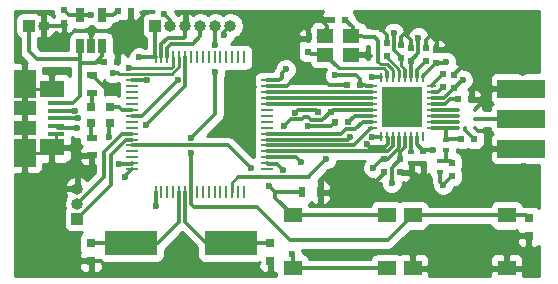
<source format=gbr>
G04 #@! TF.FileFunction,Copper,L1,Top,Signal*
%FSLAX46Y46*%
G04 Gerber Fmt 4.6, Leading zero omitted, Abs format (unit mm)*
G04 Created by KiCad (PCBNEW 4.0.6) date Mon Mar 20 23:38:23 2017*
%MOMM*%
%LPD*%
G01*
G04 APERTURE LIST*
%ADD10C,0.100000*%
%ADD11R,0.900000X0.500000*%
%ADD12R,0.250000X1.000000*%
%ADD13R,1.000000X0.250000*%
%ADD14R,0.650000X1.220000*%
%ADD15R,0.500000X0.600000*%
%ADD16R,0.600000X0.500000*%
%ADD17R,0.750000X0.800000*%
%ADD18R,0.800000X0.800000*%
%ADD19R,1.380000X0.450000*%
%ADD20R,2.100000X1.475000*%
%ADD21R,1.900000X2.375000*%
%ADD22R,1.900000X1.175000*%
%ADD23R,0.600000X0.400000*%
%ADD24R,4.064000X1.524000*%
%ADD25C,0.762000*%
%ADD26R,0.500000X0.900000*%
%ADD27R,1.550000X1.300000*%
%ADD28R,0.710000X0.280000*%
%ADD29R,0.280000X0.710000*%
%ADD30C,0.280000*%
%ADD31R,1.725000X1.725000*%
%ADD32C,0.300000*%
%ADD33C,0.220000*%
%ADD34R,1.400000X1.200000*%
%ADD35R,4.500000X2.000000*%
%ADD36R,1.000000X1.000000*%
%ADD37O,1.000000X1.000000*%
%ADD38C,1.270000*%
%ADD39C,0.600000*%
%ADD40C,0.304800*%
%ADD41C,0.250000*%
%ADD42C,0.305000*%
%ADD43C,0.254000*%
G04 APERTURE END LIST*
D10*
D11*
X-26314400Y2959800D03*
X-26314400Y1459800D03*
D12*
X-20928260Y-6964100D03*
X-20428260Y-6964100D03*
X-19928260Y-6964100D03*
X-19428260Y-6964100D03*
X-18928260Y-6964100D03*
X-18428260Y-6964100D03*
X-17928260Y-6964100D03*
X-17428260Y-6964100D03*
X-16928260Y-6964100D03*
X-16428260Y-6964100D03*
X-15928260Y-6964100D03*
X-15428260Y-6964100D03*
X-14928260Y-6964100D03*
X-14428260Y-6964100D03*
X-13928260Y-6964100D03*
X-13428260Y-6964100D03*
D13*
X-11478260Y-5014100D03*
X-11478260Y-4514100D03*
X-11478260Y-4014100D03*
X-11478260Y-3514100D03*
X-11478260Y-3014100D03*
X-11478260Y-2514100D03*
X-11478260Y-2014100D03*
X-11478260Y-1514100D03*
X-11478260Y-1014100D03*
X-11478260Y-514100D03*
X-11478260Y-14100D03*
X-11478260Y485900D03*
X-11478260Y985900D03*
X-11478260Y1485900D03*
X-11478260Y1985900D03*
X-11478260Y2485900D03*
D12*
X-13428260Y4435900D03*
X-13928260Y4435900D03*
X-14428260Y4435900D03*
X-14928260Y4435900D03*
X-15428260Y4435900D03*
X-15928260Y4435900D03*
X-16428260Y4435900D03*
X-16928260Y4435900D03*
X-17428260Y4435900D03*
X-17928260Y4435900D03*
X-18428260Y4435900D03*
X-18928260Y4435900D03*
X-19428260Y4435900D03*
X-19928260Y4435900D03*
X-20428260Y4435900D03*
X-20928260Y4435900D03*
D13*
X-22878260Y2485900D03*
X-22878260Y1985900D03*
X-22878260Y1485900D03*
X-22878260Y985900D03*
X-22878260Y485900D03*
X-22878260Y-14100D03*
X-22878260Y-514100D03*
X-22878260Y-1014100D03*
X-22878260Y-1514100D03*
X-22878260Y-2014100D03*
X-22878260Y-2514100D03*
X-22878260Y-3014100D03*
X-22878260Y-3514100D03*
X-22878260Y-4014100D03*
X-22878260Y-4514100D03*
X-22878260Y-5014100D03*
D14*
X-27340600Y5421000D03*
X-26390600Y5421000D03*
X-25440600Y5421000D03*
X-25440600Y8041000D03*
X-27340600Y8041000D03*
D15*
X-203200Y-4199800D03*
X-203200Y-5299800D03*
X-1625600Y-4199800D03*
X-1625600Y-5299800D03*
X711200Y4174400D03*
X711200Y5274400D03*
X1727200Y-3463200D03*
X1727200Y-4563200D03*
D16*
X-25264200Y4013200D03*
X-24164200Y4013200D03*
X-24146600Y8382000D03*
X-23046600Y8382000D03*
D15*
X-28676600Y8449400D03*
X-28676600Y7349400D03*
D17*
X10668000Y-10656000D03*
X10668000Y-9156000D03*
X-26390600Y-11289600D03*
X-26390600Y-12789600D03*
X-11201400Y-11289600D03*
X-11201400Y-12789600D03*
D16*
X-3590200Y2082800D03*
X-4690200Y2082800D03*
X4953000Y-2463800D03*
X6053000Y-2463800D03*
X-6079400Y-152400D03*
X-7179400Y-152400D03*
X-4657000Y-1066800D03*
X-5757000Y-1066800D03*
D15*
X4191000Y-4495800D03*
X4191000Y-5595800D03*
D16*
X4682400Y889000D03*
X5782400Y889000D03*
D15*
X4318000Y1812200D03*
X4318000Y2912200D03*
X3429000Y3013800D03*
X3429000Y1913800D03*
X2794000Y3996600D03*
X2794000Y5096600D03*
X1930400Y4174400D03*
X1930400Y5274400D03*
X-152400Y4428400D03*
X-152400Y5528400D03*
X-1371600Y4555400D03*
X-1371600Y5655400D03*
D16*
X-4911000Y7620000D03*
X-6011000Y7620000D03*
D15*
X-8001000Y4911000D03*
X-8001000Y6011000D03*
D18*
X-24777800Y-1117600D03*
X-26377800Y-1117600D03*
X-24777800Y254000D03*
X-26377800Y254000D03*
D19*
X-29353200Y588800D03*
X-29353200Y-61200D03*
X-29353200Y-711200D03*
X-29353200Y-1361200D03*
X-29353200Y-2011200D03*
D20*
X-29713200Y1751300D03*
X-29713200Y-3173700D03*
D21*
X-32013200Y2198800D03*
X-32013200Y-3621200D03*
D22*
X-32013200Y128800D03*
X-32013200Y-1551200D03*
D23*
X3683000Y-2521800D03*
X3683000Y-3421800D03*
D24*
X10033000Y-751840D03*
X10033000Y1788160D03*
X10033000Y-3291840D03*
D25*
X11601000Y1448160D03*
X11601000Y2148160D03*
X10601000Y1448160D03*
X9601000Y1448160D03*
X9601000Y2148160D03*
X10601000Y2148160D03*
X11601000Y-2951840D03*
X10601000Y-2951840D03*
X9601000Y-2951840D03*
X9601000Y-3651840D03*
X10601000Y-3651840D03*
X11601000Y-3651840D03*
D11*
X-26314400Y-2348800D03*
X-26314400Y-3848800D03*
D26*
X-8497000Y-6985000D03*
X-6997000Y-6985000D03*
D23*
X711200Y-3588600D03*
X711200Y-4488600D03*
X3175000Y-4368800D03*
X3175000Y-5268800D03*
D27*
X846000Y-13426000D03*
X846000Y-8926000D03*
X8806000Y-8926000D03*
X8806000Y-13426000D03*
X-1354000Y-8926000D03*
X-1354000Y-13426000D03*
X-9314000Y-13426000D03*
X-9314000Y-8926000D03*
D28*
X-2595800Y1978600D03*
X-2595800Y1478600D03*
X-2595800Y978600D03*
X-2595800Y478600D03*
X-2595800Y-21400D03*
X-2595800Y-521400D03*
X-2595800Y-1021400D03*
X-2595800Y-1521400D03*
D29*
X-1800800Y-2316400D03*
X-1300800Y-2316400D03*
X-800800Y-2316400D03*
X-300800Y-2316400D03*
X199200Y-2316400D03*
X699200Y-2316400D03*
X1199200Y-2316400D03*
X1699200Y-2316400D03*
D28*
X2494200Y-1521400D03*
X2494200Y-1021400D03*
X2494200Y-521400D03*
X2494200Y-21400D03*
X2494200Y478600D03*
X2494200Y978600D03*
X2494200Y1478600D03*
X2494200Y1978600D03*
D29*
X1699200Y2773600D03*
X1199200Y2773600D03*
X699200Y2773600D03*
X199200Y2773600D03*
X-300800Y2773600D03*
X-800800Y2773600D03*
X-1300800Y2773600D03*
X-1800800Y2773600D03*
D30*
X-2240800Y1978600D03*
X-2240800Y1478600D03*
X-2240800Y978600D03*
X-2240800Y478600D03*
X-2240800Y-21400D03*
X-2240800Y-521400D03*
X-2240800Y-1021400D03*
X-2240800Y-1521400D03*
X-1800800Y-1961400D03*
X-1300800Y-1961400D03*
X-800800Y-1961400D03*
X-300800Y-1961400D03*
X199200Y-1961400D03*
X699200Y-1961400D03*
X1199200Y-1961400D03*
X1699200Y-1961400D03*
X2139200Y-1521400D03*
X2139200Y-1021400D03*
X2139200Y-521400D03*
X2139200Y-21400D03*
X2139200Y478600D03*
X2139200Y978600D03*
X2139200Y1478600D03*
X2139200Y1978600D03*
X1699200Y2418600D03*
X1199200Y2418600D03*
X699200Y2418600D03*
X199200Y2418600D03*
X-300800Y2418600D03*
X-800800Y2418600D03*
X-1300800Y2418600D03*
X-1800800Y2418600D03*
D31*
X811700Y-633900D03*
X811700Y1091100D03*
X-913300Y-633900D03*
X-913300Y1091100D03*
D32*
X-50800Y228600D03*
X949200Y228600D03*
X949200Y-771400D03*
X-50800Y-771400D03*
X-1050800Y-771400D03*
X-1050800Y1228600D03*
X-50800Y1228600D03*
X949200Y1228600D03*
X-1050800Y228600D03*
D33*
X4672800Y-1522160D03*
X5276800Y-1522160D03*
X4672800Y-1022160D03*
X6096800Y-1522160D03*
X6096800Y-772160D03*
X4672800Y-522160D03*
X6096800Y-22160D03*
X4672800Y-22160D03*
D34*
X-4361000Y6261000D03*
X-6561000Y6261000D03*
X-6561000Y4661000D03*
X-4361000Y4661000D03*
D35*
X-14546000Y-11303000D03*
X-23046000Y-11303000D03*
D36*
X-31648400Y7112000D03*
D37*
X-30378400Y7112000D03*
D36*
X-20955000Y7112000D03*
D37*
X-19685000Y7112000D03*
X-18415000Y7112000D03*
X-17145000Y7112000D03*
X-15875000Y7112000D03*
X-14605000Y7112000D03*
D36*
X-27559000Y-9220200D03*
D37*
X-27559000Y-7950200D03*
X-27559000Y-6680200D03*
D38*
X-31877000Y-13081000D03*
D39*
X7239000Y-1778000D03*
X7239000Y381000D03*
X-25019000Y-13335000D03*
X-3149600Y4661000D03*
X-9017000Y2540000D03*
X8890000Y-11303000D03*
X-24297062Y1691062D03*
X-26416000Y6604000D03*
X-24003000Y-4572000D03*
X-10160000Y-5080000D03*
X-9144000Y-254000D03*
X-8001000Y-1397000D03*
X-2565400Y2768600D03*
X-28676600Y6273800D03*
X-5715000Y2921000D03*
X-26416000Y8001000D03*
X-10033000Y-1397000D03*
X-9906000Y3429000D03*
X-8636000Y-4445000D03*
X3683000Y4064000D03*
X5080000Y2540000D03*
X-23495000Y-5715000D03*
X-24892000Y-2286000D03*
X-22326600Y4445000D03*
X-9398000Y-12192000D03*
X-20928260Y-8178800D03*
X-762000Y6527800D03*
X3429000Y-6350000D03*
X-2489200Y-4902200D03*
X-939800Y-6172200D03*
X1320800Y6121400D03*
X2590800Y-3403600D03*
X-17907000Y-3683000D03*
X-17907000Y-2413000D03*
X-15875000Y3175000D03*
X-15875000Y5461000D03*
X-27752647Y-63567D03*
X-24561800Y3098800D03*
X-23190200Y3581400D03*
X-27482800Y-711200D03*
X-21717000Y-1270000D03*
X-27559000Y-1524000D03*
X-15113000Y6350000D03*
X-19050000Y2540000D03*
X-4495800Y-2286000D03*
X-2616200Y-2286000D03*
X-6477000Y-4191000D03*
X-3048000Y-2921000D03*
X-20193000Y8077200D03*
X-21640800Y2514600D03*
X-11303000Y-6477000D03*
X-12827000Y-4953000D03*
D40*
X-31648400Y7112000D02*
X-31648400Y4953000D01*
X-30988000Y4292600D02*
X-27340600Y4292600D01*
X-31648400Y4953000D02*
X-30988000Y4292600D01*
X-29353200Y588800D02*
X-27910000Y588800D01*
X-27910000Y588800D02*
X-27340600Y1158200D01*
X-27340600Y1158200D02*
X-27340600Y3987800D01*
D41*
X-26013800Y3987800D02*
X-25988400Y4013200D01*
D40*
X-25988400Y4013200D02*
X-25264200Y4013200D01*
X-27340600Y3987800D02*
X-27340600Y4292600D01*
X-27340600Y4292600D02*
X-27340600Y5421000D01*
X-25440600Y4561000D02*
X-25440600Y5421000D01*
X-27340600Y3987800D02*
X-26013800Y3987800D01*
X-26013800Y3987800D02*
X-25440600Y4561000D01*
D42*
X-1625600Y-5299800D02*
X-1625600Y-5435600D01*
X-1625600Y-5435600D02*
X-2413000Y-6223000D01*
X711200Y-4488600D02*
X711200Y-5283200D01*
X694600Y-5299800D02*
X-203200Y-5299800D01*
X711200Y-5283200D02*
X694600Y-5299800D01*
X-23046600Y8382000D02*
X-23046600Y6925400D01*
X-24164200Y5807800D02*
X-24164200Y4013200D01*
X-23046600Y6925400D02*
X-24164200Y5807800D01*
X-4690200Y2082800D02*
X-6273800Y2082800D01*
X-6273800Y2082800D02*
X-6604000Y2413000D01*
X6858000Y-1778000D02*
X7239000Y-1778000D01*
D40*
X6352640Y-1778000D02*
X6858000Y-1778000D01*
X6096800Y-1522160D02*
X6352640Y-1778000D01*
D42*
X6604000Y381000D02*
X7239000Y381000D01*
D40*
X6499960Y381000D02*
X6604000Y381000D01*
X6096800Y-22160D02*
X6499960Y381000D01*
D42*
X-26390600Y-12789600D02*
X-25564400Y-12789600D01*
X-25564400Y-12789600D02*
X-25019000Y-13335000D01*
X-4361000Y4661000D02*
X-3149600Y4661000D01*
X-3149600Y4661000D02*
X-3048000Y4559400D01*
D40*
X-3048000Y4559400D02*
X-2705200Y4559400D01*
D41*
X-2705200Y4559400D02*
X-2692400Y4546600D01*
D42*
X-9825100Y1985900D02*
X-9271000Y2540000D01*
X-9271000Y2540000D02*
X-9017000Y2540000D01*
D40*
X-10287000Y1985900D02*
X-9825100Y1985900D01*
X-11478260Y1985900D02*
X-10287000Y1985900D01*
D42*
X-6837200Y7493000D02*
X-7366000Y7493000D01*
X-6561000Y6261000D02*
X-6408600Y7064400D01*
X-6408600Y7064400D02*
X-6837200Y7493000D01*
X8806000Y-13426000D02*
X8806000Y-11387000D01*
X8806000Y-11387000D02*
X8890000Y-11303000D01*
D40*
X4318000Y2912200D02*
X4318000Y2962200D01*
X4318000Y2962200D02*
X5038800Y3683000D01*
X1930400Y5274400D02*
X1930400Y5879200D01*
X1930400Y5879200D02*
X2274200Y6223000D01*
X-152400Y6133200D02*
X191400Y6477000D01*
X191400Y6477000D02*
X381000Y6666600D01*
X711200Y5274400D02*
X711200Y5879200D01*
X711200Y5879200D02*
X191400Y6399000D01*
X191400Y6399000D02*
X191400Y6477000D01*
X-152400Y5528400D02*
X-152400Y6133200D01*
X-1778000Y6731000D02*
X-1778000Y6723878D01*
X-1371600Y6324600D02*
X-1778000Y6731000D01*
X-1371600Y5655400D02*
X-1371600Y6324600D01*
X-26314400Y2946400D02*
X-25059062Y1691062D01*
X-25059062Y1691062D02*
X-24297062Y1691062D01*
X-26314400Y2959800D02*
X-26314400Y2946400D01*
X-9825100Y1985900D02*
X-9525000Y2286000D01*
X-26416000Y5446400D02*
X-26416000Y6604000D01*
X-26390600Y5421000D02*
X-26416000Y5446400D01*
X-22878260Y-4514100D02*
X-22936160Y-4572000D01*
X-22936160Y-4572000D02*
X-24003000Y-4572000D01*
X-11478260Y-4514100D02*
X-11420360Y-4572000D01*
X-11420360Y-4572000D02*
X-10668000Y-4572000D01*
X-10668000Y-4572000D02*
X-10160000Y-5080000D01*
X-7179400Y-152400D02*
X-7331800Y0D01*
X-7331800Y0D02*
X-8890000Y0D01*
X-8890000Y0D02*
X-9144000Y-254000D01*
X-5757000Y-1066800D02*
X-6087200Y-1397000D01*
X-6087200Y-1397000D02*
X-8001000Y-1397000D01*
X846000Y-13426000D02*
X8806000Y-13426000D01*
X-20428260Y4435900D02*
X-20428260Y5555940D01*
X-18415000Y6197600D02*
X-18415000Y7112000D01*
X-18542000Y6070600D02*
X-18415000Y6197600D01*
X-19913600Y6070600D02*
X-18542000Y6070600D01*
X-20428260Y5555940D02*
X-19913600Y6070600D01*
X-1800800Y2773600D02*
X-2560400Y2773600D01*
X-2560400Y2773600D02*
X-2565400Y2768600D01*
X-28676600Y7349400D02*
X-28676600Y6273800D01*
X-30378400Y7112000D02*
X-28914000Y7112000D01*
X-28914000Y7112000D02*
X-28676600Y7349400D01*
D41*
X-29353200Y-2011200D02*
X-29353200Y-2813700D01*
X-29353200Y-2813700D02*
X-29713200Y-3173700D01*
X-32013200Y-3621200D02*
X-30160700Y-3621200D01*
X-30160700Y-3621200D02*
X-29713200Y-3173700D01*
X-32013200Y-1551200D02*
X-32013200Y-3621200D01*
X-32013200Y128800D02*
X-32013200Y-1551200D01*
X-32013200Y2198800D02*
X-32013200Y128800D01*
X-29713200Y1751300D02*
X-31565700Y1751300D01*
X-31565700Y1751300D02*
X-32013200Y2198800D01*
D42*
X-3590200Y2574200D02*
X-3937000Y2921000D01*
X-5715000Y2921000D02*
X-3937000Y2921000D01*
X-3590200Y2574200D02*
X-3590200Y2082800D01*
D40*
X-27340600Y8041000D02*
X-26456000Y8041000D01*
X-26456000Y8041000D02*
X-26416000Y8001000D01*
X-8382000Y-635000D02*
X-8555001Y-808001D01*
X-8555001Y-808001D02*
X-9444001Y-808001D01*
X-9444001Y-808001D02*
X-10033000Y-1397000D01*
X-10236200Y2717800D02*
X-10236200Y3098800D01*
X-10236200Y3098800D02*
X-9906000Y3429000D01*
X-10387700Y-4014100D02*
X-9066900Y-4014100D01*
X-9066900Y-4014100D02*
X-8636000Y-4445000D01*
X2794000Y3996600D02*
X3615600Y3996600D01*
X3615600Y3996600D02*
X3683000Y4064000D01*
X4352200Y1812200D02*
X5080000Y2540000D01*
X4318000Y1812200D02*
X4352200Y1812200D01*
X-22878260Y-5014100D02*
X-23495000Y-5630840D01*
X-23495000Y-5630840D02*
X-23495000Y-5715000D01*
X-24777800Y-1117600D02*
X-24892000Y-1231800D01*
X-24892000Y-1231800D02*
X-24892000Y-2286000D01*
X-6079400Y-152400D02*
X-6816000Y-889000D01*
X-8001000Y-635000D02*
X-8382000Y-635000D01*
X-7747000Y-889000D02*
X-8001000Y-635000D01*
X-7620000Y-889000D02*
X-7747000Y-889000D01*
X-6816000Y-889000D02*
X-7620000Y-889000D01*
X-20928260Y4435900D02*
X-22317500Y4435900D01*
X-22317500Y4435900D02*
X-22326600Y4445000D01*
X-9314000Y-13426000D02*
X-9314000Y-12276000D01*
X-9314000Y-12276000D02*
X-9398000Y-12192000D01*
X-9314000Y-13426000D02*
X-1354000Y-13426000D01*
X-20955000Y7112000D02*
X-20955000Y4462640D01*
X-20955000Y4462640D02*
X-20928260Y4435900D01*
X-27340600Y8041000D02*
X-28268200Y8041000D01*
X-28268200Y8041000D02*
X-28676600Y8449400D01*
D41*
X-152400Y4428400D02*
X-152400Y4495800D01*
D40*
X-152400Y4495800D02*
X-762000Y5105400D01*
X-762000Y5105400D02*
X-762000Y6527800D01*
X-11478260Y-4014100D02*
X-10387700Y-4014100D01*
X-11478260Y2485900D02*
X-10468100Y2485900D01*
X-10468100Y2485900D02*
X-10236200Y2717800D01*
D41*
X-3590200Y2082800D02*
X-3590200Y2142400D01*
D40*
X3175000Y-5268800D02*
X3175000Y-6096000D01*
X3429000Y-6350000D02*
X4183200Y-5595800D01*
X3175000Y-6096000D02*
X3429000Y-6350000D01*
D41*
X4191000Y-5595800D02*
X4183200Y-5595800D01*
X-1625600Y-4199800D02*
X-1786800Y-4199800D01*
D40*
X-1786800Y-4199800D02*
X-2489200Y-4902200D01*
D41*
X-203200Y-4199800D02*
X-212000Y-4199800D01*
D40*
X-212000Y-4199800D02*
X-939800Y-4927600D01*
X-939800Y-4927600D02*
X-939800Y-6172200D01*
X-300800Y-2316400D02*
X-300800Y-3145600D01*
D41*
X-1355000Y-4199800D02*
X-1625600Y-4199800D01*
X-300800Y-3145600D02*
X-1355000Y-4199800D01*
D40*
X199200Y-2316400D02*
X199200Y-3179000D01*
X-203200Y-3581400D02*
X-203200Y-4199800D01*
X199200Y-3179000D02*
X-203200Y-3581400D01*
D41*
X711200Y4174400D02*
X720000Y4174400D01*
D40*
X720000Y4174400D02*
X1320800Y4775200D01*
X1320800Y4775200D02*
X1320800Y6121400D01*
D41*
X-152400Y4428400D02*
X-152400Y3759200D01*
D40*
X199200Y3407600D02*
X199200Y2773600D01*
D41*
X-152400Y3759200D02*
X199200Y3407600D01*
X-152400Y4428400D02*
X-152400Y4216400D01*
D40*
X711200Y4174400D02*
X711200Y2785600D01*
D41*
X711200Y2785600D02*
X699200Y2773600D01*
D40*
X1699200Y2773600D02*
X1699200Y2901800D01*
X1699200Y2901800D02*
X2794000Y3996600D01*
X2494200Y978600D02*
X3484400Y978600D01*
X3484400Y978600D02*
X4318000Y1812200D01*
X-20928260Y-6964100D02*
X-20928260Y-8178800D01*
X-20928260Y-8178800D02*
X-20928260Y-8202860D01*
X-20928260Y-8202860D02*
X-20929600Y-8204200D01*
D41*
X-3590200Y2082800D02*
X-3683000Y2082800D01*
D40*
X-3590200Y2082800D02*
X-3175000Y2082800D01*
X-3078200Y1986000D02*
X-2595800Y1978600D01*
X-3175000Y2082800D02*
X-3078200Y1986000D01*
X1199200Y-2316400D02*
X1199200Y-2935200D01*
X1199200Y-2935200D02*
X1667600Y-3403600D01*
X1667600Y-3403600D02*
X2590800Y-3403600D01*
X-2595800Y-21400D02*
X-5941000Y-14000D01*
X-5941000Y-14000D02*
X-6079400Y-152400D01*
X-17907000Y-3683000D02*
X-17907000Y-6942840D01*
X-17907000Y-6942840D02*
X-17928260Y-6964100D01*
X-15875000Y3175000D02*
X-15875000Y-381000D01*
X-15875000Y-381000D02*
X-17907000Y-2413000D01*
X-15875000Y7112000D02*
X-15875000Y5461000D01*
X-17399000Y-8255000D02*
X-17145000Y-8255000D01*
X-17145000Y-8255000D02*
X-12319000Y-8255000D01*
X-17653000Y-8255000D02*
X-17145000Y-8255000D01*
X-17907000Y-8001000D02*
X-17653000Y-8255000D01*
X-9525000Y-11049000D02*
X-1277000Y-11049000D01*
X-12319000Y-8255000D02*
X-9525000Y-11049000D01*
X-1397000Y-11049000D02*
X-1277000Y-11049000D01*
X-1277000Y-11049000D02*
X846000Y-8926000D01*
X-17907000Y-6985360D02*
X-17907000Y-8001000D01*
X-17928260Y-6964100D02*
X-17907000Y-6985360D01*
X8806000Y-8926000D02*
X10438000Y-8926000D01*
X10438000Y-8926000D02*
X10668000Y-9156000D01*
X846000Y-8926000D02*
X8806000Y-8926000D01*
X-26377800Y-1117600D02*
X-26377800Y-2285400D01*
X-26377800Y-2285400D02*
X-26314400Y-2348800D01*
X-24777800Y254000D02*
X-24053800Y254000D01*
X-23785700Y-14100D02*
X-22878260Y-14100D01*
X-24053800Y254000D02*
X-23785700Y-14100D01*
X-26314400Y1459800D02*
X-26314400Y317400D01*
D41*
X-26314400Y317400D02*
X-26377800Y254000D01*
D40*
X-24561800Y3098800D02*
X-24137536Y3098800D01*
D41*
X-24093535Y3054799D02*
X-19559361Y3054799D01*
X-24137536Y3098800D02*
X-24093535Y3054799D01*
X-19559361Y3054799D02*
X-18928260Y3685900D01*
D40*
X-27752647Y-63567D02*
X-29350833Y-63567D01*
D41*
X-29350833Y-63567D02*
X-29353200Y-61200D01*
X-18928260Y4435900D02*
X-18928260Y3685900D01*
X-23190200Y3581400D02*
X-19532760Y3581400D01*
X-19532760Y3581400D02*
X-19428260Y3685900D01*
X-19428260Y3685900D02*
X-19428260Y4435900D01*
D40*
X-29353200Y-711200D02*
X-27482800Y-711200D01*
X-18428260Y4435900D02*
X-18415000Y4422640D01*
X-18415000Y4422640D02*
X-18415000Y2032000D01*
X-18415000Y2032000D02*
X-21717000Y-1270000D01*
X-27559000Y-1524000D02*
X-29190400Y-1524000D01*
X-29190400Y-1524000D02*
X-29353200Y-1361200D01*
X-17145000Y7112000D02*
X-17145000Y6223000D01*
X-19928260Y5243140D02*
X-19928260Y4435900D01*
X-19583400Y5588000D02*
X-19928260Y5243140D01*
X-17780000Y5588000D02*
X-19583400Y5588000D01*
X-17145000Y6223000D02*
X-17780000Y5588000D01*
D42*
X-15113000Y6350000D02*
X-15113000Y6604000D01*
X-15113000Y6604000D02*
X-14605000Y7112000D01*
X-22878260Y-514100D02*
X-22073260Y-514100D01*
X-22073260Y-514100D02*
X-19050000Y2509160D01*
X-19050000Y2509160D02*
X-19050000Y2540000D01*
D40*
X-22878260Y-2014100D02*
X-23731100Y-2014100D01*
X-25273000Y-5664200D02*
X-27559000Y-7950200D01*
X-25273000Y-3556000D02*
X-25273000Y-5664200D01*
X-23731100Y-2014100D02*
X-25273000Y-3556000D01*
X-22878260Y-2514100D02*
X-23392900Y-2514100D01*
X-24688800Y-6350000D02*
X-27559000Y-9220200D01*
X-24688800Y-3810000D02*
X-24688800Y-6350000D01*
X-23392900Y-2514100D02*
X-24688800Y-3810000D01*
X6096800Y-772160D02*
X9738360Y-772160D01*
D41*
X9738360Y-772160D02*
X9758680Y-751840D01*
D40*
X-2595800Y1478600D02*
X-11478160Y1486000D01*
D41*
X-11478160Y1486000D02*
X-11478260Y1485900D01*
D40*
X-11478260Y985900D02*
X-2595900Y978500D01*
D41*
X-2595900Y978500D02*
X-2595800Y978600D01*
D40*
X-2595800Y478600D02*
X-11478160Y486000D01*
D41*
X-11478160Y486000D02*
X-11478260Y485900D01*
D40*
X-4013200Y-1651000D02*
X-3376200Y-1014000D01*
X-3376200Y-1014000D02*
X-2595800Y-1021400D01*
X-4826000Y-1651000D02*
X-4013200Y-1651000D01*
X-4826000Y-1651000D02*
X-5189100Y-2014100D01*
X-5189100Y-2014100D02*
X-11478260Y-2014100D01*
D41*
X-2595800Y-1521400D02*
X-2667400Y-1521400D01*
D40*
X-2667400Y-1521400D02*
X-4157100Y-3014100D01*
X-4157100Y-3014100D02*
X-11478260Y-3014100D01*
X-1800800Y-2316400D02*
X-2593200Y-2309000D01*
X-4723900Y-2514100D02*
X-11478260Y-2514100D01*
D41*
X-4495800Y-2286000D02*
X-4723900Y-2514100D01*
X-2593200Y-2309000D02*
X-2616200Y-2286000D01*
D40*
X-7895300Y-5664200D02*
X-7895300Y-5609300D01*
X-7895300Y-5609300D02*
X-6477000Y-4191000D01*
X-1270000Y-2347200D02*
X-1270000Y-2853698D01*
X-2861302Y-3107698D02*
X-3048000Y-2921000D01*
X-1524000Y-3107698D02*
X-2861302Y-3107698D01*
X-1270000Y-2853698D02*
X-1524000Y-3107698D01*
X-1300800Y-2316400D02*
X-1270000Y-2347200D01*
D42*
X-9728200Y-5664200D02*
X-7895300Y-5664200D01*
D40*
X-13970000Y-5664200D02*
X-9728200Y-5664200D01*
D41*
X-14428260Y-6964100D02*
X-14428260Y-6122460D01*
X-14428260Y-6122460D02*
X-13970000Y-5664200D01*
D40*
X-1228100Y-3514100D02*
X-800800Y-3086800D01*
X-800800Y-3086800D02*
X-800800Y-2316400D01*
X-1228100Y-3514100D02*
X-11478260Y-3514100D01*
X2494200Y-1021400D02*
X4671880Y-1023080D01*
X4671880Y-1023080D02*
X4672800Y-1022160D01*
X2494200Y-521400D02*
X4671880Y-523080D01*
X4671880Y-523080D02*
X4672800Y-522160D01*
X2494200Y-21400D02*
X4671880Y-23080D01*
X4671880Y-23080D02*
X4672800Y-22160D01*
X-25440600Y8041000D02*
X-24487600Y8041000D01*
X-24487600Y8041000D02*
X-24146600Y8382000D01*
X-23046000Y-11303000D02*
X-26377200Y-11303000D01*
X-26377200Y-11303000D02*
X-26390600Y-11289600D01*
X-18928260Y-6964100D02*
X-18928260Y-9530260D01*
X-20701000Y-11303000D02*
X-23046000Y-11303000D01*
X-18928260Y-9530260D02*
X-20701000Y-11303000D01*
X-14546000Y-11303000D02*
X-11214800Y-11303000D01*
X-11214800Y-11303000D02*
X-11201400Y-11289600D01*
X-18428260Y-6964100D02*
X-18428260Y-9511740D01*
X-18428260Y-9511740D02*
X-16637000Y-11303000D01*
D41*
X-16637000Y-11303000D02*
X-14546000Y-11303000D01*
X-16433800Y-11303000D02*
X-14546000Y-11303000D01*
D40*
X3683000Y-2521800D02*
X3683000Y-1541780D01*
D41*
X3683000Y-1541780D02*
X3663380Y-1522160D01*
D40*
X3663380Y-1522160D02*
X2494960Y-1522160D01*
D41*
X2494960Y-1522160D02*
X2494200Y-1521400D01*
D40*
X4953000Y-2463800D02*
X3741000Y-2463800D01*
X3741000Y-2463800D02*
X3683000Y-2521800D01*
X4672800Y-1522160D02*
X3663380Y-1522160D01*
X4671880Y-1523080D02*
X4672800Y-1522160D01*
X5276800Y-1522160D02*
X5276800Y-1687600D01*
X5276800Y-1687600D02*
X6053000Y-2463800D01*
D41*
X-4048200Y-508000D02*
X-4042200Y-514000D01*
D40*
X-4042200Y-514000D02*
X-2595800Y-521400D01*
D41*
X-4657000Y-1066800D02*
X-4607000Y-1066800D01*
D40*
X-4607000Y-1066800D02*
X-4048200Y-508000D01*
X3683000Y-4368800D02*
X4064000Y-4368800D01*
X4064000Y-4368800D02*
X4191000Y-4495800D01*
X3683000Y-3421800D02*
X3683000Y-4368800D01*
X3683000Y-4368800D02*
X3175000Y-4368800D01*
X2494200Y478600D02*
X3577400Y478600D01*
X3987800Y889000D02*
X4682400Y889000D01*
X3577400Y478600D02*
X3987800Y889000D01*
X2494200Y1978600D02*
X2494200Y2079000D01*
X2494200Y2079000D02*
X3429000Y3013800D01*
X2494200Y1478600D02*
X2993800Y1478600D01*
X2993800Y1478600D02*
X3429000Y1913800D01*
D41*
X1930400Y4174400D02*
X1930400Y4140200D01*
D40*
X1930400Y4140200D02*
X1199200Y3409000D01*
X1199200Y3409000D02*
X1199200Y2773600D01*
X-1371600Y4555400D02*
X-1371600Y4470400D01*
D41*
X-1371600Y4470400D02*
X-300800Y3399600D01*
X-300800Y3399600D02*
X-300800Y2773600D01*
D40*
X-4361000Y6261000D02*
X-4208600Y6993800D01*
X-4208600Y6993800D02*
X-4911000Y7620000D01*
D41*
X-800800Y2773600D02*
X-800800Y3366200D01*
D40*
X-2349400Y6159400D02*
X-4361000Y6261000D01*
X-2057400Y5867400D02*
X-2349400Y6159400D01*
X-2057400Y4038600D02*
X-2057400Y5867400D01*
D41*
X-1879600Y3860800D02*
X-2057400Y4038600D01*
X-1295400Y3860800D02*
X-1879600Y3860800D01*
X-800800Y3366200D02*
X-1295400Y3860800D01*
D40*
X-6561000Y4661000D02*
X-7776400Y4686400D01*
X-7776400Y4686400D02*
X-8001000Y4911000D01*
X-1300800Y2773600D02*
X-1300800Y3231200D01*
X-5354400Y3505200D02*
X-6561000Y4661000D01*
D41*
X-1574800Y3505200D02*
X-5354400Y3505200D01*
X-1300800Y3231200D02*
X-1574800Y3505200D01*
D40*
X-19685000Y7112000D02*
X-19685000Y7569200D01*
X-19685000Y7569200D02*
X-20193000Y8077200D01*
X-21640800Y2514600D02*
X-21669500Y2485900D01*
X-21669500Y2485900D02*
X-22878260Y2485900D01*
X-9314000Y-8926000D02*
X-1354000Y-8926000D01*
X-10795000Y-6985000D02*
X-10795000Y-7445000D01*
X-10795000Y-7445000D02*
X-9314000Y-8926000D01*
X-22878260Y-3014100D02*
X-14765900Y-3014100D01*
X-10795000Y-6985000D02*
X-8497000Y-6985000D01*
X-11303000Y-6477000D02*
X-10795000Y-6985000D01*
X-14765900Y-3014100D02*
X-12827000Y-4953000D01*
X699200Y-2316400D02*
X699200Y-3576600D01*
D41*
X699200Y-3576600D02*
X711200Y-3588600D01*
D43*
G36*
X7427838Y-9811317D02*
X7566910Y-10027441D01*
X7779110Y-10172431D01*
X8031000Y-10223440D01*
X9581000Y-10223440D01*
X9658000Y-10208951D01*
X9658000Y-10370250D01*
X9816750Y-10529000D01*
X10541000Y-10529000D01*
X10541000Y-10509000D01*
X10795000Y-10509000D01*
X10795000Y-10529000D01*
X10815000Y-10529000D01*
X10815000Y-10783000D01*
X10795000Y-10783000D01*
X10795000Y-11532250D01*
X10953750Y-11691000D01*
X11169310Y-11691000D01*
X11402699Y-11594327D01*
X11507000Y-11490025D01*
X11507000Y-14047000D01*
X10216000Y-14047000D01*
X10216000Y-13711750D01*
X10057250Y-13553000D01*
X8933000Y-13553000D01*
X8933000Y-13573000D01*
X8679000Y-13573000D01*
X8679000Y-13553000D01*
X7554750Y-13553000D01*
X7396000Y-13711750D01*
X7396000Y-14047000D01*
X2256000Y-14047000D01*
X2256000Y-13711750D01*
X2097250Y-13553000D01*
X973000Y-13553000D01*
X973000Y-13573000D01*
X719000Y-13573000D01*
X719000Y-13553000D01*
X699000Y-13553000D01*
X699000Y-13299000D01*
X719000Y-13299000D01*
X719000Y-12299750D01*
X973000Y-12299750D01*
X973000Y-13299000D01*
X2097250Y-13299000D01*
X2256000Y-13140250D01*
X2256000Y-12649690D01*
X7396000Y-12649690D01*
X7396000Y-13140250D01*
X7554750Y-13299000D01*
X8679000Y-13299000D01*
X8679000Y-12299750D01*
X8933000Y-12299750D01*
X8933000Y-13299000D01*
X10057250Y-13299000D01*
X10216000Y-13140250D01*
X10216000Y-12649690D01*
X10119327Y-12416301D01*
X9940698Y-12237673D01*
X9707309Y-12141000D01*
X9091750Y-12141000D01*
X8933000Y-12299750D01*
X8679000Y-12299750D01*
X8520250Y-12141000D01*
X7904691Y-12141000D01*
X7671302Y-12237673D01*
X7492673Y-12416301D01*
X7396000Y-12649690D01*
X2256000Y-12649690D01*
X2159327Y-12416301D01*
X1980698Y-12237673D01*
X1747309Y-12141000D01*
X1131750Y-12141000D01*
X973000Y-12299750D01*
X719000Y-12299750D01*
X560250Y-12141000D01*
X-55309Y-12141000D01*
X-259670Y-12225649D01*
X-327110Y-12179569D01*
X-579000Y-12128560D01*
X-2129000Y-12128560D01*
X-2364317Y-12172838D01*
X-2580441Y-12311910D01*
X-2725431Y-12524110D01*
X-2748616Y-12638600D01*
X-7917414Y-12638600D01*
X-7935838Y-12540683D01*
X-8074910Y-12324559D01*
X-8287110Y-12179569D01*
X-8462957Y-12143959D01*
X-8462838Y-12006833D01*
X-8533259Y-11836400D01*
X-1277000Y-11836400D01*
X-975675Y-11776463D01*
X-720224Y-11605776D01*
X-56198Y-10941750D01*
X9658000Y-10941750D01*
X9658000Y-11182309D01*
X9754673Y-11415698D01*
X9933301Y-11594327D01*
X10166690Y-11691000D01*
X10382250Y-11691000D01*
X10541000Y-11532250D01*
X10541000Y-10783000D01*
X9816750Y-10783000D01*
X9658000Y-10941750D01*
X-56198Y-10941750D01*
X662112Y-10223440D01*
X1621000Y-10223440D01*
X1856317Y-10179162D01*
X2072441Y-10040090D01*
X2217431Y-9827890D01*
X2240616Y-9713400D01*
X7409414Y-9713400D01*
X7427838Y-9811317D01*
X7427838Y-9811317D01*
G37*
X7427838Y-9811317D02*
X7566910Y-10027441D01*
X7779110Y-10172431D01*
X8031000Y-10223440D01*
X9581000Y-10223440D01*
X9658000Y-10208951D01*
X9658000Y-10370250D01*
X9816750Y-10529000D01*
X10541000Y-10529000D01*
X10541000Y-10509000D01*
X10795000Y-10509000D01*
X10795000Y-10529000D01*
X10815000Y-10529000D01*
X10815000Y-10783000D01*
X10795000Y-10783000D01*
X10795000Y-11532250D01*
X10953750Y-11691000D01*
X11169310Y-11691000D01*
X11402699Y-11594327D01*
X11507000Y-11490025D01*
X11507000Y-14047000D01*
X10216000Y-14047000D01*
X10216000Y-13711750D01*
X10057250Y-13553000D01*
X8933000Y-13553000D01*
X8933000Y-13573000D01*
X8679000Y-13573000D01*
X8679000Y-13553000D01*
X7554750Y-13553000D01*
X7396000Y-13711750D01*
X7396000Y-14047000D01*
X2256000Y-14047000D01*
X2256000Y-13711750D01*
X2097250Y-13553000D01*
X973000Y-13553000D01*
X973000Y-13573000D01*
X719000Y-13573000D01*
X719000Y-13553000D01*
X699000Y-13553000D01*
X699000Y-13299000D01*
X719000Y-13299000D01*
X719000Y-12299750D01*
X973000Y-12299750D01*
X973000Y-13299000D01*
X2097250Y-13299000D01*
X2256000Y-13140250D01*
X2256000Y-12649690D01*
X7396000Y-12649690D01*
X7396000Y-13140250D01*
X7554750Y-13299000D01*
X8679000Y-13299000D01*
X8679000Y-12299750D01*
X8933000Y-12299750D01*
X8933000Y-13299000D01*
X10057250Y-13299000D01*
X10216000Y-13140250D01*
X10216000Y-12649690D01*
X10119327Y-12416301D01*
X9940698Y-12237673D01*
X9707309Y-12141000D01*
X9091750Y-12141000D01*
X8933000Y-12299750D01*
X8679000Y-12299750D01*
X8520250Y-12141000D01*
X7904691Y-12141000D01*
X7671302Y-12237673D01*
X7492673Y-12416301D01*
X7396000Y-12649690D01*
X2256000Y-12649690D01*
X2159327Y-12416301D01*
X1980698Y-12237673D01*
X1747309Y-12141000D01*
X1131750Y-12141000D01*
X973000Y-12299750D01*
X719000Y-12299750D01*
X560250Y-12141000D01*
X-55309Y-12141000D01*
X-259670Y-12225649D01*
X-327110Y-12179569D01*
X-579000Y-12128560D01*
X-2129000Y-12128560D01*
X-2364317Y-12172838D01*
X-2580441Y-12311910D01*
X-2725431Y-12524110D01*
X-2748616Y-12638600D01*
X-7917414Y-12638600D01*
X-7935838Y-12540683D01*
X-8074910Y-12324559D01*
X-8287110Y-12179569D01*
X-8462957Y-12143959D01*
X-8462838Y-12006833D01*
X-8533259Y-11836400D01*
X-1277000Y-11836400D01*
X-975675Y-11776463D01*
X-720224Y-11605776D01*
X-56198Y-10941750D01*
X9658000Y-10941750D01*
X9658000Y-11182309D01*
X9754673Y-11415698D01*
X9933301Y-11594327D01*
X10166690Y-11691000D01*
X10382250Y-11691000D01*
X10541000Y-11532250D01*
X10541000Y-10783000D01*
X9816750Y-10783000D01*
X9658000Y-10941750D01*
X-56198Y-10941750D01*
X662112Y-10223440D01*
X1621000Y-10223440D01*
X1856317Y-10179162D01*
X2072441Y-10040090D01*
X2217431Y-9827890D01*
X2240616Y-9713400D01*
X7409414Y-9713400D01*
X7427838Y-9811317D01*
G36*
X-29574040Y8149400D02*
X-29529762Y7914083D01*
X-29514261Y7889994D01*
X-29530566Y7850632D01*
X-29818191Y8099127D01*
X-30076526Y8206119D01*
X-30251400Y8079954D01*
X-30251400Y7239000D01*
X-30231400Y7239000D01*
X-30231400Y6985000D01*
X-30251400Y6985000D01*
X-30251400Y6144046D01*
X-30076526Y6017881D01*
X-29818191Y6124873D01*
X-29483077Y6414396D01*
X-29384947Y6609722D01*
X-29286299Y6511073D01*
X-29052910Y6414400D01*
X-28960350Y6414400D01*
X-28801600Y6573150D01*
X-28801600Y7222400D01*
X-28823600Y7222400D01*
X-28823600Y7476400D01*
X-28813267Y7476400D01*
X-28569525Y7313537D01*
X-28529600Y7305595D01*
X-28529600Y7222400D01*
X-28551600Y7222400D01*
X-28551600Y6573150D01*
X-28392850Y6414400D01*
X-28300290Y6414400D01*
X-28121602Y6488415D01*
X-28262031Y6282890D01*
X-28313040Y6031000D01*
X-28313040Y5080000D01*
X-30661848Y5080000D01*
X-30861000Y5279152D01*
X-30861000Y6042352D01*
X-30813368Y6073003D01*
X-30680274Y6017881D01*
X-30505400Y6144046D01*
X-30505400Y6590075D01*
X-30500960Y6612000D01*
X-30500960Y7612000D01*
X-30505400Y7635597D01*
X-30505400Y8079954D01*
X-30680274Y8206119D01*
X-30812798Y8151233D01*
X-30896510Y8208431D01*
X-31148400Y8259440D01*
X-32148400Y8259440D01*
X-32383717Y8215162D01*
X-32599841Y8076090D01*
X-32744831Y7863890D01*
X-32795840Y7612000D01*
X-32795840Y6612000D01*
X-32751562Y6376683D01*
X-32612490Y6160559D01*
X-32435800Y6039832D01*
X-32435800Y4953000D01*
X-32375863Y4651675D01*
X-32205176Y4396224D01*
X-31778851Y3969899D01*
X-31886200Y3862550D01*
X-31886200Y2325800D01*
X-31866200Y2325800D01*
X-31866200Y2071800D01*
X-31886200Y2071800D01*
X-31886200Y255800D01*
X-31866200Y255800D01*
X-31866200Y1800D01*
X-31886200Y1800D01*
X-31886200Y-1424200D01*
X-31866200Y-1424200D01*
X-31866200Y-1678200D01*
X-31886200Y-1678200D01*
X-31886200Y-3494200D01*
X-31866200Y-3494200D01*
X-31866200Y-3748200D01*
X-31886200Y-3748200D01*
X-31886200Y-5284950D01*
X-31727450Y-5443700D01*
X-30936891Y-5443700D01*
X-30703502Y-5347027D01*
X-30524873Y-5168399D01*
X-30428200Y-4935010D01*
X-30428200Y-4546200D01*
X-29998950Y-4546200D01*
X-29840200Y-4387450D01*
X-29840200Y-3300700D01*
X-29586200Y-3300700D01*
X-29586200Y-4387450D01*
X-29427450Y-4546200D01*
X-28536891Y-4546200D01*
X-28303502Y-4449527D01*
X-28124873Y-4270899D01*
X-28067567Y-4132550D01*
X-27399400Y-4132550D01*
X-27399400Y-4225109D01*
X-27302727Y-4458498D01*
X-27124099Y-4637127D01*
X-26890710Y-4733800D01*
X-26600150Y-4733800D01*
X-26441400Y-4575050D01*
X-26441400Y-3973800D01*
X-27240650Y-3973800D01*
X-27399400Y-4132550D01*
X-28067567Y-4132550D01*
X-28028200Y-4037510D01*
X-28028200Y-3459450D01*
X-28186950Y-3300700D01*
X-29586200Y-3300700D01*
X-29840200Y-3300700D01*
X-29860200Y-3300700D01*
X-29860200Y-3046700D01*
X-29840200Y-3046700D01*
X-29840200Y-3026700D01*
X-29586200Y-3026700D01*
X-29586200Y-3046700D01*
X-28186950Y-3046700D01*
X-28028200Y-2887950D01*
X-28028200Y-2341574D01*
X-27745799Y-2458838D01*
X-27411840Y-2459129D01*
X-27411840Y-2598800D01*
X-27367562Y-2834117D01*
X-27228490Y-3050241D01*
X-27160394Y-3096769D01*
X-27302727Y-3239102D01*
X-27399400Y-3472491D01*
X-27399400Y-3565050D01*
X-27240650Y-3723800D01*
X-26441400Y-3723800D01*
X-26441400Y-3701800D01*
X-26187400Y-3701800D01*
X-26187400Y-3723800D01*
X-26167400Y-3723800D01*
X-26167400Y-3973800D01*
X-26187400Y-3973800D01*
X-26187400Y-4575050D01*
X-26060400Y-4702050D01*
X-26060400Y-5338048D01*
X-26697237Y-5974885D01*
X-26861396Y-5784877D01*
X-27257123Y-5586068D01*
X-27432000Y-5711065D01*
X-27432000Y-6553200D01*
X-27412000Y-6553200D01*
X-27412000Y-6689648D01*
X-27537552Y-6815200D01*
X-27581236Y-6815200D01*
X-27641564Y-6827200D01*
X-27686000Y-6827200D01*
X-27686000Y-6807200D01*
X-28526954Y-6807200D01*
X-28653119Y-6982074D01*
X-28546127Y-7240409D01*
X-28489549Y-7305896D01*
X-28629839Y-7515854D01*
X-28716236Y-7950200D01*
X-28629839Y-8384546D01*
X-28614195Y-8407959D01*
X-28655431Y-8468310D01*
X-28706440Y-8720200D01*
X-28706440Y-9720200D01*
X-28662162Y-9955517D01*
X-28523090Y-10171641D01*
X-28310890Y-10316631D01*
X-28059000Y-10367640D01*
X-27127108Y-10367640D01*
X-27217041Y-10425510D01*
X-27362031Y-10637710D01*
X-27413040Y-10889600D01*
X-27413040Y-11689600D01*
X-27368762Y-11924917D01*
X-27302271Y-12028246D01*
X-27303927Y-12029902D01*
X-27400600Y-12263291D01*
X-27400600Y-12503850D01*
X-27241850Y-12662600D01*
X-26517600Y-12662600D01*
X-26517600Y-12642600D01*
X-26263600Y-12642600D01*
X-26263600Y-12662600D01*
X-26243600Y-12662600D01*
X-26243600Y-12916600D01*
X-26263600Y-12916600D01*
X-26263600Y-13665850D01*
X-26104850Y-13824600D01*
X-25889290Y-13824600D01*
X-25655901Y-13727927D01*
X-25477273Y-13549298D01*
X-25380600Y-13315909D01*
X-25380600Y-13075350D01*
X-25539348Y-12916602D01*
X-25463097Y-12916602D01*
X-25296000Y-12950440D01*
X-20796000Y-12950440D01*
X-20560683Y-12906162D01*
X-20344559Y-12767090D01*
X-20199569Y-12554890D01*
X-20148560Y-12303000D01*
X-20148560Y-11862673D01*
X-20144224Y-11859776D01*
X-18669000Y-10384552D01*
X-17443440Y-11610112D01*
X-17443440Y-12303000D01*
X-17399162Y-12538317D01*
X-17260090Y-12754441D01*
X-17047890Y-12899431D01*
X-16796000Y-12950440D01*
X-12296000Y-12950440D01*
X-12116167Y-12916602D01*
X-12052652Y-12916602D01*
X-12211400Y-13075350D01*
X-12211400Y-13315909D01*
X-12114727Y-13549298D01*
X-11936099Y-13727927D01*
X-11702710Y-13824600D01*
X-11487150Y-13824600D01*
X-11328400Y-13665850D01*
X-11328400Y-12916600D01*
X-11348400Y-12916600D01*
X-11348400Y-12662600D01*
X-11328400Y-12662600D01*
X-11328400Y-12642600D01*
X-11074400Y-12642600D01*
X-11074400Y-12662600D01*
X-11054400Y-12662600D01*
X-11054400Y-12916600D01*
X-11074400Y-12916600D01*
X-11074400Y-13665850D01*
X-10915650Y-13824600D01*
X-10736440Y-13824600D01*
X-10736440Y-14047000D01*
X-32843000Y-14047000D01*
X-32843000Y-13075350D01*
X-27400600Y-13075350D01*
X-27400600Y-13315909D01*
X-27303927Y-13549298D01*
X-27125299Y-13727927D01*
X-26891910Y-13824600D01*
X-26676350Y-13824600D01*
X-26517600Y-13665850D01*
X-26517600Y-12916600D01*
X-27241850Y-12916600D01*
X-27400600Y-13075350D01*
X-32843000Y-13075350D01*
X-32843000Y-6378326D01*
X-28653119Y-6378326D01*
X-28526954Y-6553200D01*
X-27686000Y-6553200D01*
X-27686000Y-5711065D01*
X-27860877Y-5586068D01*
X-28256604Y-5784877D01*
X-28546127Y-6119991D01*
X-28653119Y-6378326D01*
X-32843000Y-6378326D01*
X-32843000Y-5443700D01*
X-32298950Y-5443700D01*
X-32140200Y-5284950D01*
X-32140200Y-3748200D01*
X-32160200Y-3748200D01*
X-32160200Y-3494200D01*
X-32140200Y-3494200D01*
X-32140200Y-1678200D01*
X-32160200Y-1678200D01*
X-32160200Y-1424200D01*
X-32140200Y-1424200D01*
X-32140200Y1800D01*
X-32160200Y1800D01*
X-32160200Y255800D01*
X-32140200Y255800D01*
X-32140200Y2071800D01*
X-32160200Y2071800D01*
X-32160200Y2325800D01*
X-32140200Y2325800D01*
X-32140200Y3862550D01*
X-32298950Y4021300D01*
X-32843000Y4021300D01*
X-32843000Y8332000D01*
X-29574040Y8332000D01*
X-29574040Y8149400D01*
X-29574040Y8149400D01*
G37*
X-29574040Y8149400D02*
X-29529762Y7914083D01*
X-29514261Y7889994D01*
X-29530566Y7850632D01*
X-29818191Y8099127D01*
X-30076526Y8206119D01*
X-30251400Y8079954D01*
X-30251400Y7239000D01*
X-30231400Y7239000D01*
X-30231400Y6985000D01*
X-30251400Y6985000D01*
X-30251400Y6144046D01*
X-30076526Y6017881D01*
X-29818191Y6124873D01*
X-29483077Y6414396D01*
X-29384947Y6609722D01*
X-29286299Y6511073D01*
X-29052910Y6414400D01*
X-28960350Y6414400D01*
X-28801600Y6573150D01*
X-28801600Y7222400D01*
X-28823600Y7222400D01*
X-28823600Y7476400D01*
X-28813267Y7476400D01*
X-28569525Y7313537D01*
X-28529600Y7305595D01*
X-28529600Y7222400D01*
X-28551600Y7222400D01*
X-28551600Y6573150D01*
X-28392850Y6414400D01*
X-28300290Y6414400D01*
X-28121602Y6488415D01*
X-28262031Y6282890D01*
X-28313040Y6031000D01*
X-28313040Y5080000D01*
X-30661848Y5080000D01*
X-30861000Y5279152D01*
X-30861000Y6042352D01*
X-30813368Y6073003D01*
X-30680274Y6017881D01*
X-30505400Y6144046D01*
X-30505400Y6590075D01*
X-30500960Y6612000D01*
X-30500960Y7612000D01*
X-30505400Y7635597D01*
X-30505400Y8079954D01*
X-30680274Y8206119D01*
X-30812798Y8151233D01*
X-30896510Y8208431D01*
X-31148400Y8259440D01*
X-32148400Y8259440D01*
X-32383717Y8215162D01*
X-32599841Y8076090D01*
X-32744831Y7863890D01*
X-32795840Y7612000D01*
X-32795840Y6612000D01*
X-32751562Y6376683D01*
X-32612490Y6160559D01*
X-32435800Y6039832D01*
X-32435800Y4953000D01*
X-32375863Y4651675D01*
X-32205176Y4396224D01*
X-31778851Y3969899D01*
X-31886200Y3862550D01*
X-31886200Y2325800D01*
X-31866200Y2325800D01*
X-31866200Y2071800D01*
X-31886200Y2071800D01*
X-31886200Y255800D01*
X-31866200Y255800D01*
X-31866200Y1800D01*
X-31886200Y1800D01*
X-31886200Y-1424200D01*
X-31866200Y-1424200D01*
X-31866200Y-1678200D01*
X-31886200Y-1678200D01*
X-31886200Y-3494200D01*
X-31866200Y-3494200D01*
X-31866200Y-3748200D01*
X-31886200Y-3748200D01*
X-31886200Y-5284950D01*
X-31727450Y-5443700D01*
X-30936891Y-5443700D01*
X-30703502Y-5347027D01*
X-30524873Y-5168399D01*
X-30428200Y-4935010D01*
X-30428200Y-4546200D01*
X-29998950Y-4546200D01*
X-29840200Y-4387450D01*
X-29840200Y-3300700D01*
X-29586200Y-3300700D01*
X-29586200Y-4387450D01*
X-29427450Y-4546200D01*
X-28536891Y-4546200D01*
X-28303502Y-4449527D01*
X-28124873Y-4270899D01*
X-28067567Y-4132550D01*
X-27399400Y-4132550D01*
X-27399400Y-4225109D01*
X-27302727Y-4458498D01*
X-27124099Y-4637127D01*
X-26890710Y-4733800D01*
X-26600150Y-4733800D01*
X-26441400Y-4575050D01*
X-26441400Y-3973800D01*
X-27240650Y-3973800D01*
X-27399400Y-4132550D01*
X-28067567Y-4132550D01*
X-28028200Y-4037510D01*
X-28028200Y-3459450D01*
X-28186950Y-3300700D01*
X-29586200Y-3300700D01*
X-29840200Y-3300700D01*
X-29860200Y-3300700D01*
X-29860200Y-3046700D01*
X-29840200Y-3046700D01*
X-29840200Y-3026700D01*
X-29586200Y-3026700D01*
X-29586200Y-3046700D01*
X-28186950Y-3046700D01*
X-28028200Y-2887950D01*
X-28028200Y-2341574D01*
X-27745799Y-2458838D01*
X-27411840Y-2459129D01*
X-27411840Y-2598800D01*
X-27367562Y-2834117D01*
X-27228490Y-3050241D01*
X-27160394Y-3096769D01*
X-27302727Y-3239102D01*
X-27399400Y-3472491D01*
X-27399400Y-3565050D01*
X-27240650Y-3723800D01*
X-26441400Y-3723800D01*
X-26441400Y-3701800D01*
X-26187400Y-3701800D01*
X-26187400Y-3723800D01*
X-26167400Y-3723800D01*
X-26167400Y-3973800D01*
X-26187400Y-3973800D01*
X-26187400Y-4575050D01*
X-26060400Y-4702050D01*
X-26060400Y-5338048D01*
X-26697237Y-5974885D01*
X-26861396Y-5784877D01*
X-27257123Y-5586068D01*
X-27432000Y-5711065D01*
X-27432000Y-6553200D01*
X-27412000Y-6553200D01*
X-27412000Y-6689648D01*
X-27537552Y-6815200D01*
X-27581236Y-6815200D01*
X-27641564Y-6827200D01*
X-27686000Y-6827200D01*
X-27686000Y-6807200D01*
X-28526954Y-6807200D01*
X-28653119Y-6982074D01*
X-28546127Y-7240409D01*
X-28489549Y-7305896D01*
X-28629839Y-7515854D01*
X-28716236Y-7950200D01*
X-28629839Y-8384546D01*
X-28614195Y-8407959D01*
X-28655431Y-8468310D01*
X-28706440Y-8720200D01*
X-28706440Y-9720200D01*
X-28662162Y-9955517D01*
X-28523090Y-10171641D01*
X-28310890Y-10316631D01*
X-28059000Y-10367640D01*
X-27127108Y-10367640D01*
X-27217041Y-10425510D01*
X-27362031Y-10637710D01*
X-27413040Y-10889600D01*
X-27413040Y-11689600D01*
X-27368762Y-11924917D01*
X-27302271Y-12028246D01*
X-27303927Y-12029902D01*
X-27400600Y-12263291D01*
X-27400600Y-12503850D01*
X-27241850Y-12662600D01*
X-26517600Y-12662600D01*
X-26517600Y-12642600D01*
X-26263600Y-12642600D01*
X-26263600Y-12662600D01*
X-26243600Y-12662600D01*
X-26243600Y-12916600D01*
X-26263600Y-12916600D01*
X-26263600Y-13665850D01*
X-26104850Y-13824600D01*
X-25889290Y-13824600D01*
X-25655901Y-13727927D01*
X-25477273Y-13549298D01*
X-25380600Y-13315909D01*
X-25380600Y-13075350D01*
X-25539348Y-12916602D01*
X-25463097Y-12916602D01*
X-25296000Y-12950440D01*
X-20796000Y-12950440D01*
X-20560683Y-12906162D01*
X-20344559Y-12767090D01*
X-20199569Y-12554890D01*
X-20148560Y-12303000D01*
X-20148560Y-11862673D01*
X-20144224Y-11859776D01*
X-18669000Y-10384552D01*
X-17443440Y-11610112D01*
X-17443440Y-12303000D01*
X-17399162Y-12538317D01*
X-17260090Y-12754441D01*
X-17047890Y-12899431D01*
X-16796000Y-12950440D01*
X-12296000Y-12950440D01*
X-12116167Y-12916602D01*
X-12052652Y-12916602D01*
X-12211400Y-13075350D01*
X-12211400Y-13315909D01*
X-12114727Y-13549298D01*
X-11936099Y-13727927D01*
X-11702710Y-13824600D01*
X-11487150Y-13824600D01*
X-11328400Y-13665850D01*
X-11328400Y-12916600D01*
X-11348400Y-12916600D01*
X-11348400Y-12662600D01*
X-11328400Y-12662600D01*
X-11328400Y-12642600D01*
X-11074400Y-12642600D01*
X-11074400Y-12662600D01*
X-11054400Y-12662600D01*
X-11054400Y-12916600D01*
X-11074400Y-12916600D01*
X-11074400Y-13665850D01*
X-10915650Y-13824600D01*
X-10736440Y-13824600D01*
X-10736440Y-14047000D01*
X-32843000Y-14047000D01*
X-32843000Y-13075350D01*
X-27400600Y-13075350D01*
X-27400600Y-13315909D01*
X-27303927Y-13549298D01*
X-27125299Y-13727927D01*
X-26891910Y-13824600D01*
X-26676350Y-13824600D01*
X-26517600Y-13665850D01*
X-26517600Y-12916600D01*
X-27241850Y-12916600D01*
X-27400600Y-13075350D01*
X-32843000Y-13075350D01*
X-32843000Y-6378326D01*
X-28653119Y-6378326D01*
X-28526954Y-6553200D01*
X-27686000Y-6553200D01*
X-27686000Y-5711065D01*
X-27860877Y-5586068D01*
X-28256604Y-5784877D01*
X-28546127Y-6119991D01*
X-28653119Y-6378326D01*
X-32843000Y-6378326D01*
X-32843000Y-5443700D01*
X-32298950Y-5443700D01*
X-32140200Y-5284950D01*
X-32140200Y-3748200D01*
X-32160200Y-3748200D01*
X-32160200Y-3494200D01*
X-32140200Y-3494200D01*
X-32140200Y-1678200D01*
X-32160200Y-1678200D01*
X-32160200Y-1424200D01*
X-32140200Y-1424200D01*
X-32140200Y1800D01*
X-32160200Y1800D01*
X-32160200Y255800D01*
X-32140200Y255800D01*
X-32140200Y2071800D01*
X-32160200Y2071800D01*
X-32160200Y2325800D01*
X-32140200Y2325800D01*
X-32140200Y3862550D01*
X-32298950Y4021300D01*
X-32843000Y4021300D01*
X-32843000Y8332000D01*
X-29574040Y8332000D01*
X-29574040Y8149400D01*
G36*
X7397838Y-1749157D02*
X7536910Y-1965281D01*
X7614511Y-2018304D01*
X7462673Y-2170141D01*
X7366000Y-2403530D01*
X7366000Y-3006090D01*
X7524750Y-3164840D01*
X8599293Y-3164840D01*
X8605435Y-3238105D01*
X8639958Y-3321451D01*
X8608862Y-3418840D01*
X7524750Y-3418840D01*
X7366000Y-3577590D01*
X7366000Y-4180150D01*
X7462673Y-4413539D01*
X7641302Y-4592167D01*
X7874691Y-4688840D01*
X9747250Y-4688840D01*
X9779664Y-4656426D01*
X9887265Y-4647405D01*
X10101201Y-4558791D01*
X10229744Y-4599834D01*
X10318750Y-4688840D01*
X11507000Y-4688840D01*
X11507000Y-8304498D01*
X11294890Y-8159569D01*
X11043000Y-8108560D01*
X10293000Y-8108560D01*
X10200219Y-8126018D01*
X10184162Y-8040683D01*
X10045090Y-7824559D01*
X9832890Y-7679569D01*
X9581000Y-7628560D01*
X8031000Y-7628560D01*
X7795683Y-7672838D01*
X7579559Y-7811910D01*
X7434569Y-8024110D01*
X7411384Y-8138600D01*
X2242586Y-8138600D01*
X2224162Y-8040683D01*
X2085090Y-7824559D01*
X1872890Y-7679569D01*
X1621000Y-7628560D01*
X71000Y-7628560D01*
X-164317Y-7672838D01*
X-253228Y-7730051D01*
X-327110Y-7679569D01*
X-579000Y-7628560D01*
X-2129000Y-7628560D01*
X-2364317Y-7672838D01*
X-2580441Y-7811910D01*
X-2725431Y-8024110D01*
X-2748616Y-8138600D01*
X-7917414Y-8138600D01*
X-7935838Y-8040683D01*
X-7959194Y-8004386D01*
X-7795559Y-7899090D01*
X-7749031Y-7830994D01*
X-7606698Y-7973327D01*
X-7373309Y-8070000D01*
X-7280750Y-8070000D01*
X-7122000Y-7911250D01*
X-7122000Y-7112000D01*
X-6872000Y-7112000D01*
X-6872000Y-7911250D01*
X-6713250Y-8070000D01*
X-6620691Y-8070000D01*
X-6387302Y-7973327D01*
X-6208673Y-7794699D01*
X-6112000Y-7561310D01*
X-6112000Y-7270750D01*
X-6270750Y-7112000D01*
X-6872000Y-7112000D01*
X-7122000Y-7112000D01*
X-7144000Y-7112000D01*
X-7144000Y-6858000D01*
X-7122000Y-6858000D01*
X-7122000Y-6058750D01*
X-6872000Y-6058750D01*
X-6872000Y-6858000D01*
X-6270750Y-6858000D01*
X-6112000Y-6699250D01*
X-6112000Y-6408690D01*
X-6208673Y-6175301D01*
X-6387302Y-5996673D01*
X-6620691Y-5900000D01*
X-6713250Y-5900000D01*
X-6872000Y-6058750D01*
X-7122000Y-6058750D01*
X-7176599Y-6004151D01*
X-6298604Y-5126156D01*
X-6291833Y-5126162D01*
X-5948057Y-4984117D01*
X-5684808Y-4721327D01*
X-5542162Y-4377799D01*
X-5542096Y-4301500D01*
X-3210896Y-4301500D01*
X-3281392Y-4371873D01*
X-3424038Y-4715401D01*
X-3424362Y-5087367D01*
X-3282317Y-5431143D01*
X-3019527Y-5694392D01*
X-2675999Y-5837038D01*
X-2464575Y-5837222D01*
X-2413927Y-5959498D01*
X-2235299Y-6138127D01*
X-2001910Y-6234800D01*
X-1909350Y-6234800D01*
X-1874825Y-6200275D01*
X-1874962Y-6357367D01*
X-1732917Y-6701143D01*
X-1470127Y-6964392D01*
X-1126599Y-7107038D01*
X-754633Y-7107362D01*
X-410857Y-6965317D01*
X-147608Y-6702527D01*
X-4962Y-6358999D01*
X-4779Y-6149471D01*
X80550Y-6234800D01*
X173110Y-6234800D01*
X406499Y-6138127D01*
X585127Y-5959498D01*
X681800Y-5726109D01*
X681800Y-5585550D01*
X523050Y-5426800D01*
X-78200Y-5426800D01*
X-78200Y-5446800D01*
X-152400Y-5446800D01*
X-152400Y-5253752D01*
X-71448Y-5172800D01*
X-2626Y-5172800D01*
X51501Y-5226927D01*
X284890Y-5323600D01*
X425450Y-5323600D01*
X584200Y-5164850D01*
X584200Y-5111650D01*
X681800Y-5014050D01*
X681800Y-4873491D01*
X635833Y-4762517D01*
X643231Y-4751690D01*
X676257Y-4588600D01*
X838200Y-4588600D01*
X838200Y-5164850D01*
X996950Y-5323600D01*
X1039574Y-5323600D01*
X1117501Y-5401527D01*
X1350890Y-5498200D01*
X1443450Y-5498200D01*
X1602200Y-5339450D01*
X1602200Y-4921134D01*
X1646200Y-4814909D01*
X1646200Y-4747350D01*
X1602200Y-4703350D01*
X1602200Y-4690200D01*
X1589050Y-4690200D01*
X1487450Y-4588600D01*
X838200Y-4588600D01*
X676257Y-4588600D01*
X694240Y-4499800D01*
X694240Y-4436040D01*
X1000790Y-4436040D01*
X1000950Y-4436200D01*
X1602200Y-4436200D01*
X1602200Y-4416200D01*
X1852200Y-4416200D01*
X1852200Y-4436200D01*
X1874200Y-4436200D01*
X1874200Y-4690200D01*
X1852200Y-4690200D01*
X1852200Y-5339450D01*
X2010950Y-5498200D01*
X2103510Y-5498200D01*
X2227560Y-5446817D01*
X2227560Y-5468800D01*
X2271838Y-5704117D01*
X2387600Y-5884016D01*
X2387600Y-6096000D01*
X2447537Y-6397325D01*
X2493898Y-6466709D01*
X2493838Y-6535167D01*
X2635883Y-6878943D01*
X2898673Y-7142192D01*
X3242201Y-7284838D01*
X3614167Y-7285162D01*
X3957943Y-7143117D01*
X4221192Y-6880327D01*
X4361163Y-6543240D01*
X4441000Y-6543240D01*
X4676317Y-6498962D01*
X4892441Y-6359890D01*
X5037431Y-6147690D01*
X5088440Y-5895800D01*
X5088440Y-5295800D01*
X5044162Y-5060483D01*
X5036658Y-5048821D01*
X5037431Y-5047690D01*
X5088440Y-4795800D01*
X5088440Y-4195800D01*
X5044162Y-3960483D01*
X4905090Y-3744359D01*
X4692890Y-3599369D01*
X4630440Y-3586723D01*
X4630440Y-3356671D01*
X4653000Y-3361240D01*
X5253000Y-3361240D01*
X5488317Y-3316962D01*
X5499979Y-3309458D01*
X5501110Y-3310231D01*
X5753000Y-3361240D01*
X6353000Y-3361240D01*
X6588317Y-3316962D01*
X6804441Y-3177890D01*
X6949431Y-2965690D01*
X7000440Y-2713800D01*
X7000440Y-2213800D01*
X6956162Y-1978483D01*
X6817090Y-1762359D01*
X6805404Y-1754374D01*
X6846308Y-1645538D01*
X6843452Y-1559560D01*
X7362163Y-1559560D01*
X7397838Y-1749157D01*
X7397838Y-1749157D01*
G37*
X7397838Y-1749157D02*
X7536910Y-1965281D01*
X7614511Y-2018304D01*
X7462673Y-2170141D01*
X7366000Y-2403530D01*
X7366000Y-3006090D01*
X7524750Y-3164840D01*
X8599293Y-3164840D01*
X8605435Y-3238105D01*
X8639958Y-3321451D01*
X8608862Y-3418840D01*
X7524750Y-3418840D01*
X7366000Y-3577590D01*
X7366000Y-4180150D01*
X7462673Y-4413539D01*
X7641302Y-4592167D01*
X7874691Y-4688840D01*
X9747250Y-4688840D01*
X9779664Y-4656426D01*
X9887265Y-4647405D01*
X10101201Y-4558791D01*
X10229744Y-4599834D01*
X10318750Y-4688840D01*
X11507000Y-4688840D01*
X11507000Y-8304498D01*
X11294890Y-8159569D01*
X11043000Y-8108560D01*
X10293000Y-8108560D01*
X10200219Y-8126018D01*
X10184162Y-8040683D01*
X10045090Y-7824559D01*
X9832890Y-7679569D01*
X9581000Y-7628560D01*
X8031000Y-7628560D01*
X7795683Y-7672838D01*
X7579559Y-7811910D01*
X7434569Y-8024110D01*
X7411384Y-8138600D01*
X2242586Y-8138600D01*
X2224162Y-8040683D01*
X2085090Y-7824559D01*
X1872890Y-7679569D01*
X1621000Y-7628560D01*
X71000Y-7628560D01*
X-164317Y-7672838D01*
X-253228Y-7730051D01*
X-327110Y-7679569D01*
X-579000Y-7628560D01*
X-2129000Y-7628560D01*
X-2364317Y-7672838D01*
X-2580441Y-7811910D01*
X-2725431Y-8024110D01*
X-2748616Y-8138600D01*
X-7917414Y-8138600D01*
X-7935838Y-8040683D01*
X-7959194Y-8004386D01*
X-7795559Y-7899090D01*
X-7749031Y-7830994D01*
X-7606698Y-7973327D01*
X-7373309Y-8070000D01*
X-7280750Y-8070000D01*
X-7122000Y-7911250D01*
X-7122000Y-7112000D01*
X-6872000Y-7112000D01*
X-6872000Y-7911250D01*
X-6713250Y-8070000D01*
X-6620691Y-8070000D01*
X-6387302Y-7973327D01*
X-6208673Y-7794699D01*
X-6112000Y-7561310D01*
X-6112000Y-7270750D01*
X-6270750Y-7112000D01*
X-6872000Y-7112000D01*
X-7122000Y-7112000D01*
X-7144000Y-7112000D01*
X-7144000Y-6858000D01*
X-7122000Y-6858000D01*
X-7122000Y-6058750D01*
X-6872000Y-6058750D01*
X-6872000Y-6858000D01*
X-6270750Y-6858000D01*
X-6112000Y-6699250D01*
X-6112000Y-6408690D01*
X-6208673Y-6175301D01*
X-6387302Y-5996673D01*
X-6620691Y-5900000D01*
X-6713250Y-5900000D01*
X-6872000Y-6058750D01*
X-7122000Y-6058750D01*
X-7176599Y-6004151D01*
X-6298604Y-5126156D01*
X-6291833Y-5126162D01*
X-5948057Y-4984117D01*
X-5684808Y-4721327D01*
X-5542162Y-4377799D01*
X-5542096Y-4301500D01*
X-3210896Y-4301500D01*
X-3281392Y-4371873D01*
X-3424038Y-4715401D01*
X-3424362Y-5087367D01*
X-3282317Y-5431143D01*
X-3019527Y-5694392D01*
X-2675999Y-5837038D01*
X-2464575Y-5837222D01*
X-2413927Y-5959498D01*
X-2235299Y-6138127D01*
X-2001910Y-6234800D01*
X-1909350Y-6234800D01*
X-1874825Y-6200275D01*
X-1874962Y-6357367D01*
X-1732917Y-6701143D01*
X-1470127Y-6964392D01*
X-1126599Y-7107038D01*
X-754633Y-7107362D01*
X-410857Y-6965317D01*
X-147608Y-6702527D01*
X-4962Y-6358999D01*
X-4779Y-6149471D01*
X80550Y-6234800D01*
X173110Y-6234800D01*
X406499Y-6138127D01*
X585127Y-5959498D01*
X681800Y-5726109D01*
X681800Y-5585550D01*
X523050Y-5426800D01*
X-78200Y-5426800D01*
X-78200Y-5446800D01*
X-152400Y-5446800D01*
X-152400Y-5253752D01*
X-71448Y-5172800D01*
X-2626Y-5172800D01*
X51501Y-5226927D01*
X284890Y-5323600D01*
X425450Y-5323600D01*
X584200Y-5164850D01*
X584200Y-5111650D01*
X681800Y-5014050D01*
X681800Y-4873491D01*
X635833Y-4762517D01*
X643231Y-4751690D01*
X676257Y-4588600D01*
X838200Y-4588600D01*
X838200Y-5164850D01*
X996950Y-5323600D01*
X1039574Y-5323600D01*
X1117501Y-5401527D01*
X1350890Y-5498200D01*
X1443450Y-5498200D01*
X1602200Y-5339450D01*
X1602200Y-4921134D01*
X1646200Y-4814909D01*
X1646200Y-4747350D01*
X1602200Y-4703350D01*
X1602200Y-4690200D01*
X1589050Y-4690200D01*
X1487450Y-4588600D01*
X838200Y-4588600D01*
X676257Y-4588600D01*
X694240Y-4499800D01*
X694240Y-4436040D01*
X1000790Y-4436040D01*
X1000950Y-4436200D01*
X1602200Y-4436200D01*
X1602200Y-4416200D01*
X1852200Y-4416200D01*
X1852200Y-4436200D01*
X1874200Y-4436200D01*
X1874200Y-4690200D01*
X1852200Y-4690200D01*
X1852200Y-5339450D01*
X2010950Y-5498200D01*
X2103510Y-5498200D01*
X2227560Y-5446817D01*
X2227560Y-5468800D01*
X2271838Y-5704117D01*
X2387600Y-5884016D01*
X2387600Y-6096000D01*
X2447537Y-6397325D01*
X2493898Y-6466709D01*
X2493838Y-6535167D01*
X2635883Y-6878943D01*
X2898673Y-7142192D01*
X3242201Y-7284838D01*
X3614167Y-7285162D01*
X3957943Y-7143117D01*
X4221192Y-6880327D01*
X4361163Y-6543240D01*
X4441000Y-6543240D01*
X4676317Y-6498962D01*
X4892441Y-6359890D01*
X5037431Y-6147690D01*
X5088440Y-5895800D01*
X5088440Y-5295800D01*
X5044162Y-5060483D01*
X5036658Y-5048821D01*
X5037431Y-5047690D01*
X5088440Y-4795800D01*
X5088440Y-4195800D01*
X5044162Y-3960483D01*
X4905090Y-3744359D01*
X4692890Y-3599369D01*
X4630440Y-3586723D01*
X4630440Y-3356671D01*
X4653000Y-3361240D01*
X5253000Y-3361240D01*
X5488317Y-3316962D01*
X5499979Y-3309458D01*
X5501110Y-3310231D01*
X5753000Y-3361240D01*
X6353000Y-3361240D01*
X6588317Y-3316962D01*
X6804441Y-3177890D01*
X6949431Y-2965690D01*
X7000440Y-2713800D01*
X7000440Y-2213800D01*
X6956162Y-1978483D01*
X6817090Y-1762359D01*
X6805404Y-1754374D01*
X6846308Y-1645538D01*
X6843452Y-1559560D01*
X7362163Y-1559560D01*
X7397838Y-1749157D01*
G36*
X-6849327Y8229699D02*
X-6946000Y7996310D01*
X-6946000Y7903750D01*
X-6787250Y7745000D01*
X-6138000Y7745000D01*
X-6138000Y7767000D01*
X-5884000Y7767000D01*
X-5884000Y7745000D01*
X-5864000Y7745000D01*
X-5864000Y7496000D01*
X-6275250Y7496000D01*
X-6276250Y7495000D01*
X-6787250Y7495000D01*
X-6816500Y7465750D01*
X-6846750Y7496000D01*
X-7387309Y7496000D01*
X-7620698Y7399327D01*
X-7799327Y7220699D01*
X-7896000Y6987310D01*
X-7896000Y6546750D01*
X-7876000Y6526750D01*
X-7876000Y6138000D01*
X-7854000Y6138000D01*
X-7854000Y6017250D01*
X-7896000Y5975250D01*
X-7896000Y5864000D01*
X-8126000Y5864000D01*
X-8126000Y5884000D01*
X-8727250Y5884000D01*
X-8886000Y5725250D01*
X-8886000Y5584691D01*
X-8840033Y5473717D01*
X-8847431Y5462890D01*
X-8898440Y5211000D01*
X-8898440Y4611000D01*
X-8854162Y4375683D01*
X-8715090Y4159559D01*
X-8502890Y4014569D01*
X-8251000Y3963560D01*
X-8084644Y3963560D01*
X-8077725Y3958937D01*
X-7934967Y3930541D01*
X-7881679Y3918779D01*
X-7864162Y3825683D01*
X-7725090Y3609559D01*
X-7512890Y3464569D01*
X-7261000Y3413560D01*
X-6522874Y3413560D01*
X-6649838Y3107799D01*
X-6650162Y2735833D01*
X-6508117Y2392057D01*
X-6385432Y2269158D01*
X-9605379Y2271840D01*
X-9508737Y2416475D01*
X-9472978Y2596249D01*
X-9377057Y2635883D01*
X-9113808Y2898673D01*
X-8971162Y3242201D01*
X-8970838Y3614167D01*
X-9112883Y3957943D01*
X-9375673Y4221192D01*
X-9719201Y4363838D01*
X-10091167Y4364162D01*
X-10434943Y4222117D01*
X-10698192Y3959327D01*
X-10840838Y3615799D01*
X-10840866Y3583904D01*
X-10963663Y3400125D01*
X-10988890Y3273300D01*
X-11478260Y3273300D01*
X-11553469Y3258340D01*
X-11978260Y3258340D01*
X-12213577Y3214062D01*
X-12429701Y3074990D01*
X-12574691Y2862790D01*
X-12625700Y2610900D01*
X-12625700Y2360900D01*
X-12605810Y2255195D01*
X-12613260Y2237210D01*
X-12613260Y2207150D01*
X-12592948Y2186838D01*
X-12581422Y2125583D01*
X-12491070Y1985173D01*
X-12574691Y1862790D01*
X-12589818Y1788092D01*
X-12613260Y1764650D01*
X-12613260Y1734590D01*
X-12604792Y1714147D01*
X-12625700Y1610900D01*
X-12625700Y1360900D01*
X-12601316Y1231311D01*
X-12625700Y1110900D01*
X-12625700Y860900D01*
X-12601316Y731311D01*
X-12625700Y610900D01*
X-12625700Y360900D01*
X-12601316Y231311D01*
X-12625700Y110900D01*
X-12625700Y-139100D01*
X-12601316Y-268689D01*
X-12625700Y-389100D01*
X-12625700Y-639100D01*
X-12601316Y-768689D01*
X-12625700Y-889100D01*
X-12625700Y-1139100D01*
X-12601316Y-1268689D01*
X-12625700Y-1389100D01*
X-12625700Y-1639100D01*
X-12601316Y-1768689D01*
X-12625700Y-1889100D01*
X-12625700Y-2139100D01*
X-12601316Y-2268689D01*
X-12625700Y-2389100D01*
X-12625700Y-2639100D01*
X-12601316Y-2768689D01*
X-12625700Y-2889100D01*
X-12625700Y-3139100D01*
X-12601316Y-3268689D01*
X-12625700Y-3389100D01*
X-12625700Y-3639100D01*
X-12601316Y-3768689D01*
X-12625700Y-3889100D01*
X-12625700Y-4024183D01*
X-12640201Y-4018162D01*
X-12648293Y-4018155D01*
X-14209124Y-2457324D01*
X-14464575Y-2286637D01*
X-14765900Y-2226700D01*
X-16607148Y-2226700D01*
X-15318224Y-937776D01*
X-15147537Y-682325D01*
X-15087600Y-381000D01*
X-15087600Y2639889D01*
X-15082808Y2644673D01*
X-14940162Y2988201D01*
X-14939900Y3288460D01*
X-14803260Y3288460D01*
X-14673671Y3312844D01*
X-14553260Y3288460D01*
X-14303260Y3288460D01*
X-14173671Y3312844D01*
X-14053260Y3288460D01*
X-13803260Y3288460D01*
X-13673671Y3312844D01*
X-13553260Y3288460D01*
X-13303260Y3288460D01*
X-13067943Y3332738D01*
X-12851819Y3471810D01*
X-12706829Y3684010D01*
X-12655820Y3935900D01*
X-12655820Y4935900D01*
X-12700098Y5171217D01*
X-12839170Y5387341D01*
X-13051370Y5532331D01*
X-13303260Y5583340D01*
X-13553260Y5583340D01*
X-13682849Y5558956D01*
X-13803260Y5583340D01*
X-14053260Y5583340D01*
X-14182849Y5558956D01*
X-14303260Y5583340D01*
X-14553260Y5583340D01*
X-14558551Y5582344D01*
X-14320808Y5819673D01*
X-14234076Y6028546D01*
X-14170654Y6041161D01*
X-13802434Y6287198D01*
X-13702133Y6437309D01*
X-8886000Y6437309D01*
X-8886000Y6296750D01*
X-8727250Y6138000D01*
X-8126000Y6138000D01*
X-8126000Y6787250D01*
X-8284750Y6946000D01*
X-8377310Y6946000D01*
X-8610699Y6849327D01*
X-8789327Y6670698D01*
X-8886000Y6437309D01*
X-13702133Y6437309D01*
X-13556397Y6655418D01*
X-13470000Y7089764D01*
X-13470000Y7134236D01*
X-13556397Y7568582D01*
X-13802434Y7936802D01*
X-14170654Y8182839D01*
X-14605000Y8269236D01*
X-15039346Y8182839D01*
X-15240000Y8048766D01*
X-15440654Y8182839D01*
X-15875000Y8269236D01*
X-16309346Y8182839D01*
X-16510000Y8048766D01*
X-16710654Y8182839D01*
X-17145000Y8269236D01*
X-17579346Y8182839D01*
X-17789304Y8042549D01*
X-17854791Y8099127D01*
X-18113126Y8206119D01*
X-18288000Y8079954D01*
X-18288000Y7239000D01*
X-18268000Y7239000D01*
X-18268000Y7194564D01*
X-18280000Y7134236D01*
X-18280000Y7089764D01*
X-18268000Y7029436D01*
X-18268000Y6985000D01*
X-18288000Y6985000D01*
X-18288000Y6965000D01*
X-18542000Y6965000D01*
X-18542000Y6985000D01*
X-18562000Y6985000D01*
X-18562000Y7029436D01*
X-18550000Y7089764D01*
X-18550000Y7134236D01*
X-18562000Y7194564D01*
X-18562000Y7239000D01*
X-18542000Y7239000D01*
X-18542000Y8079954D01*
X-18716874Y8206119D01*
X-18975209Y8099127D01*
X-19040696Y8042549D01*
X-19098116Y8080916D01*
X-19128224Y8125976D01*
X-19257844Y8255596D01*
X-19257838Y8262367D01*
X-19286610Y8332000D01*
X-6747025Y8332000D01*
X-6849327Y8229699D01*
X-6849327Y8229699D01*
G37*
X-6849327Y8229699D02*
X-6946000Y7996310D01*
X-6946000Y7903750D01*
X-6787250Y7745000D01*
X-6138000Y7745000D01*
X-6138000Y7767000D01*
X-5884000Y7767000D01*
X-5884000Y7745000D01*
X-5864000Y7745000D01*
X-5864000Y7496000D01*
X-6275250Y7496000D01*
X-6276250Y7495000D01*
X-6787250Y7495000D01*
X-6816500Y7465750D01*
X-6846750Y7496000D01*
X-7387309Y7496000D01*
X-7620698Y7399327D01*
X-7799327Y7220699D01*
X-7896000Y6987310D01*
X-7896000Y6546750D01*
X-7876000Y6526750D01*
X-7876000Y6138000D01*
X-7854000Y6138000D01*
X-7854000Y6017250D01*
X-7896000Y5975250D01*
X-7896000Y5864000D01*
X-8126000Y5864000D01*
X-8126000Y5884000D01*
X-8727250Y5884000D01*
X-8886000Y5725250D01*
X-8886000Y5584691D01*
X-8840033Y5473717D01*
X-8847431Y5462890D01*
X-8898440Y5211000D01*
X-8898440Y4611000D01*
X-8854162Y4375683D01*
X-8715090Y4159559D01*
X-8502890Y4014569D01*
X-8251000Y3963560D01*
X-8084644Y3963560D01*
X-8077725Y3958937D01*
X-7934967Y3930541D01*
X-7881679Y3918779D01*
X-7864162Y3825683D01*
X-7725090Y3609559D01*
X-7512890Y3464569D01*
X-7261000Y3413560D01*
X-6522874Y3413560D01*
X-6649838Y3107799D01*
X-6650162Y2735833D01*
X-6508117Y2392057D01*
X-6385432Y2269158D01*
X-9605379Y2271840D01*
X-9508737Y2416475D01*
X-9472978Y2596249D01*
X-9377057Y2635883D01*
X-9113808Y2898673D01*
X-8971162Y3242201D01*
X-8970838Y3614167D01*
X-9112883Y3957943D01*
X-9375673Y4221192D01*
X-9719201Y4363838D01*
X-10091167Y4364162D01*
X-10434943Y4222117D01*
X-10698192Y3959327D01*
X-10840838Y3615799D01*
X-10840866Y3583904D01*
X-10963663Y3400125D01*
X-10988890Y3273300D01*
X-11478260Y3273300D01*
X-11553469Y3258340D01*
X-11978260Y3258340D01*
X-12213577Y3214062D01*
X-12429701Y3074990D01*
X-12574691Y2862790D01*
X-12625700Y2610900D01*
X-12625700Y2360900D01*
X-12605810Y2255195D01*
X-12613260Y2237210D01*
X-12613260Y2207150D01*
X-12592948Y2186838D01*
X-12581422Y2125583D01*
X-12491070Y1985173D01*
X-12574691Y1862790D01*
X-12589818Y1788092D01*
X-12613260Y1764650D01*
X-12613260Y1734590D01*
X-12604792Y1714147D01*
X-12625700Y1610900D01*
X-12625700Y1360900D01*
X-12601316Y1231311D01*
X-12625700Y1110900D01*
X-12625700Y860900D01*
X-12601316Y731311D01*
X-12625700Y610900D01*
X-12625700Y360900D01*
X-12601316Y231311D01*
X-12625700Y110900D01*
X-12625700Y-139100D01*
X-12601316Y-268689D01*
X-12625700Y-389100D01*
X-12625700Y-639100D01*
X-12601316Y-768689D01*
X-12625700Y-889100D01*
X-12625700Y-1139100D01*
X-12601316Y-1268689D01*
X-12625700Y-1389100D01*
X-12625700Y-1639100D01*
X-12601316Y-1768689D01*
X-12625700Y-1889100D01*
X-12625700Y-2139100D01*
X-12601316Y-2268689D01*
X-12625700Y-2389100D01*
X-12625700Y-2639100D01*
X-12601316Y-2768689D01*
X-12625700Y-2889100D01*
X-12625700Y-3139100D01*
X-12601316Y-3268689D01*
X-12625700Y-3389100D01*
X-12625700Y-3639100D01*
X-12601316Y-3768689D01*
X-12625700Y-3889100D01*
X-12625700Y-4024183D01*
X-12640201Y-4018162D01*
X-12648293Y-4018155D01*
X-14209124Y-2457324D01*
X-14464575Y-2286637D01*
X-14765900Y-2226700D01*
X-16607148Y-2226700D01*
X-15318224Y-937776D01*
X-15147537Y-682325D01*
X-15087600Y-381000D01*
X-15087600Y2639889D01*
X-15082808Y2644673D01*
X-14940162Y2988201D01*
X-14939900Y3288460D01*
X-14803260Y3288460D01*
X-14673671Y3312844D01*
X-14553260Y3288460D01*
X-14303260Y3288460D01*
X-14173671Y3312844D01*
X-14053260Y3288460D01*
X-13803260Y3288460D01*
X-13673671Y3312844D01*
X-13553260Y3288460D01*
X-13303260Y3288460D01*
X-13067943Y3332738D01*
X-12851819Y3471810D01*
X-12706829Y3684010D01*
X-12655820Y3935900D01*
X-12655820Y4935900D01*
X-12700098Y5171217D01*
X-12839170Y5387341D01*
X-13051370Y5532331D01*
X-13303260Y5583340D01*
X-13553260Y5583340D01*
X-13682849Y5558956D01*
X-13803260Y5583340D01*
X-14053260Y5583340D01*
X-14182849Y5558956D01*
X-14303260Y5583340D01*
X-14553260Y5583340D01*
X-14558551Y5582344D01*
X-14320808Y5819673D01*
X-14234076Y6028546D01*
X-14170654Y6041161D01*
X-13802434Y6287198D01*
X-13702133Y6437309D01*
X-8886000Y6437309D01*
X-8886000Y6296750D01*
X-8727250Y6138000D01*
X-8126000Y6138000D01*
X-8126000Y6787250D01*
X-8284750Y6946000D01*
X-8377310Y6946000D01*
X-8610699Y6849327D01*
X-8789327Y6670698D01*
X-8886000Y6437309D01*
X-13702133Y6437309D01*
X-13556397Y6655418D01*
X-13470000Y7089764D01*
X-13470000Y7134236D01*
X-13556397Y7568582D01*
X-13802434Y7936802D01*
X-14170654Y8182839D01*
X-14605000Y8269236D01*
X-15039346Y8182839D01*
X-15240000Y8048766D01*
X-15440654Y8182839D01*
X-15875000Y8269236D01*
X-16309346Y8182839D01*
X-16510000Y8048766D01*
X-16710654Y8182839D01*
X-17145000Y8269236D01*
X-17579346Y8182839D01*
X-17789304Y8042549D01*
X-17854791Y8099127D01*
X-18113126Y8206119D01*
X-18288000Y8079954D01*
X-18288000Y7239000D01*
X-18268000Y7239000D01*
X-18268000Y7194564D01*
X-18280000Y7134236D01*
X-18280000Y7089764D01*
X-18268000Y7029436D01*
X-18268000Y6985000D01*
X-18288000Y6985000D01*
X-18288000Y6965000D01*
X-18542000Y6965000D01*
X-18542000Y6985000D01*
X-18562000Y6985000D01*
X-18562000Y7029436D01*
X-18550000Y7089764D01*
X-18550000Y7134236D01*
X-18562000Y7194564D01*
X-18562000Y7239000D01*
X-18542000Y7239000D01*
X-18542000Y8079954D01*
X-18716874Y8206119D01*
X-18975209Y8099127D01*
X-19040696Y8042549D01*
X-19098116Y8080916D01*
X-19128224Y8125976D01*
X-19257844Y8255596D01*
X-19257838Y8262367D01*
X-19286610Y8332000D01*
X-6747025Y8332000D01*
X-6849327Y8229699D01*
G36*
X-5610000Y-1191800D02*
X-5630000Y-1191800D01*
X-5630000Y-1213800D01*
X-5884000Y-1213800D01*
X-5884000Y-1191800D01*
X-5904000Y-1191800D01*
X-5904000Y-1090552D01*
X-5863288Y-1049840D01*
X-5779400Y-1049840D01*
X-5610000Y-1017965D01*
X-5610000Y-1191800D01*
X-5610000Y-1191800D01*
G37*
X-5610000Y-1191800D02*
X-5630000Y-1191800D01*
X-5630000Y-1213800D01*
X-5884000Y-1213800D01*
X-5884000Y-1191800D01*
X-5904000Y-1191800D01*
X-5904000Y-1090552D01*
X-5863288Y-1049840D01*
X-5779400Y-1049840D01*
X-5610000Y-1017965D01*
X-5610000Y-1191800D01*
G36*
X11507000Y3185160D02*
X10318750Y3185160D01*
X10250855Y3117265D01*
X10100799Y3055111D01*
X9772464Y3159946D01*
X9747250Y3185160D01*
X7874691Y3185160D01*
X7641302Y3088487D01*
X7462673Y2909859D01*
X7366000Y2676470D01*
X7366000Y2073910D01*
X7524750Y1915160D01*
X8600970Y1915160D01*
X8605435Y1861895D01*
X8639958Y1778549D01*
X8602476Y1661160D01*
X7524750Y1661160D01*
X7366000Y1502410D01*
X7366000Y899850D01*
X7462673Y666461D01*
X7613646Y515489D01*
X7549559Y474250D01*
X7404569Y262050D01*
X7354589Y15240D01*
X6840968Y15240D01*
X6836470Y150678D01*
X6742041Y378651D01*
X6670752Y372185D01*
X6721959Y423392D01*
X6692581Y452770D01*
X6717400Y512690D01*
X6717400Y605250D01*
X6558650Y764000D01*
X5909400Y764000D01*
X5909400Y742000D01*
X5655400Y742000D01*
X5655400Y764000D01*
X5635400Y764000D01*
X5635400Y1014000D01*
X5655400Y1014000D01*
X5655400Y1615250D01*
X5909400Y1615250D01*
X5909400Y1014000D01*
X6558650Y1014000D01*
X6717400Y1172750D01*
X6717400Y1265310D01*
X6620727Y1498699D01*
X6442098Y1677327D01*
X6208709Y1774000D01*
X6068150Y1774000D01*
X5909400Y1615250D01*
X5655400Y1615250D01*
X5548671Y1721979D01*
X5608943Y1746883D01*
X5872192Y2009673D01*
X6014838Y2353201D01*
X6015162Y2725167D01*
X5873117Y3068943D01*
X5610327Y3332192D01*
X5266799Y3474838D01*
X5146487Y3474943D01*
X5106327Y3571898D01*
X4927699Y3750527D01*
X4694310Y3847200D01*
X4605380Y3847200D01*
X4617838Y3877201D01*
X4618162Y4249167D01*
X4476117Y4592943D01*
X4213327Y4856192D01*
X3869799Y4998838D01*
X3497833Y4999162D01*
X3426287Y4969600D01*
X2919000Y4969600D01*
X2919000Y4949600D01*
X2815400Y4949600D01*
X2815400Y4988650D01*
X2656650Y5147400D01*
X2647000Y5147400D01*
X2647000Y5223600D01*
X2669000Y5223600D01*
X2669000Y5413750D01*
X2815400Y5560150D01*
X2815400Y5700709D01*
X2744097Y5872850D01*
X2919000Y5872850D01*
X2919000Y5223600D01*
X3520250Y5223600D01*
X3679000Y5382350D01*
X3679000Y5522909D01*
X3582327Y5756298D01*
X3403699Y5934927D01*
X3170310Y6031600D01*
X3077750Y6031600D01*
X2919000Y5872850D01*
X2744097Y5872850D01*
X2718727Y5934098D01*
X2540099Y6112727D01*
X2306710Y6209400D01*
X2255877Y6209400D01*
X2255962Y6306567D01*
X2113917Y6650343D01*
X1851127Y6913592D01*
X1507599Y7056238D01*
X1135633Y7056562D01*
X791857Y6914517D01*
X528608Y6651727D01*
X417168Y6383350D01*
X223910Y6463400D01*
X172945Y6463400D01*
X173162Y6712967D01*
X31117Y7056743D01*
X-231673Y7319992D01*
X-575201Y7462638D01*
X-947167Y7462962D01*
X-1290943Y7320917D01*
X-1554192Y7058127D01*
X-1696838Y6714599D01*
X-1696920Y6620472D01*
X-1792624Y6716176D01*
X-1904145Y6790692D01*
X-2011763Y6870737D01*
X-2031312Y6875662D01*
X-2048075Y6886863D01*
X-2179619Y6913029D01*
X-2309681Y6945798D01*
X-3036423Y6982504D01*
X-3057838Y7096317D01*
X-3196910Y7312441D01*
X-3409110Y7457431D01*
X-3623779Y7500903D01*
X-3684618Y7581543D01*
X-3963560Y7830224D01*
X-3963560Y7870000D01*
X-4007838Y8105317D01*
X-4146910Y8321441D01*
X-4162364Y8332000D01*
X11507000Y8332000D01*
X11507000Y3185160D01*
X11507000Y3185160D01*
G37*
X11507000Y3185160D02*
X10318750Y3185160D01*
X10250855Y3117265D01*
X10100799Y3055111D01*
X9772464Y3159946D01*
X9747250Y3185160D01*
X7874691Y3185160D01*
X7641302Y3088487D01*
X7462673Y2909859D01*
X7366000Y2676470D01*
X7366000Y2073910D01*
X7524750Y1915160D01*
X8600970Y1915160D01*
X8605435Y1861895D01*
X8639958Y1778549D01*
X8602476Y1661160D01*
X7524750Y1661160D01*
X7366000Y1502410D01*
X7366000Y899850D01*
X7462673Y666461D01*
X7613646Y515489D01*
X7549559Y474250D01*
X7404569Y262050D01*
X7354589Y15240D01*
X6840968Y15240D01*
X6836470Y150678D01*
X6742041Y378651D01*
X6670752Y372185D01*
X6721959Y423392D01*
X6692581Y452770D01*
X6717400Y512690D01*
X6717400Y605250D01*
X6558650Y764000D01*
X5909400Y764000D01*
X5909400Y742000D01*
X5655400Y742000D01*
X5655400Y764000D01*
X5635400Y764000D01*
X5635400Y1014000D01*
X5655400Y1014000D01*
X5655400Y1615250D01*
X5909400Y1615250D01*
X5909400Y1014000D01*
X6558650Y1014000D01*
X6717400Y1172750D01*
X6717400Y1265310D01*
X6620727Y1498699D01*
X6442098Y1677327D01*
X6208709Y1774000D01*
X6068150Y1774000D01*
X5909400Y1615250D01*
X5655400Y1615250D01*
X5548671Y1721979D01*
X5608943Y1746883D01*
X5872192Y2009673D01*
X6014838Y2353201D01*
X6015162Y2725167D01*
X5873117Y3068943D01*
X5610327Y3332192D01*
X5266799Y3474838D01*
X5146487Y3474943D01*
X5106327Y3571898D01*
X4927699Y3750527D01*
X4694310Y3847200D01*
X4605380Y3847200D01*
X4617838Y3877201D01*
X4618162Y4249167D01*
X4476117Y4592943D01*
X4213327Y4856192D01*
X3869799Y4998838D01*
X3497833Y4999162D01*
X3426287Y4969600D01*
X2919000Y4969600D01*
X2919000Y4949600D01*
X2815400Y4949600D01*
X2815400Y4988650D01*
X2656650Y5147400D01*
X2647000Y5147400D01*
X2647000Y5223600D01*
X2669000Y5223600D01*
X2669000Y5413750D01*
X2815400Y5560150D01*
X2815400Y5700709D01*
X2744097Y5872850D01*
X2919000Y5872850D01*
X2919000Y5223600D01*
X3520250Y5223600D01*
X3679000Y5382350D01*
X3679000Y5522909D01*
X3582327Y5756298D01*
X3403699Y5934927D01*
X3170310Y6031600D01*
X3077750Y6031600D01*
X2919000Y5872850D01*
X2744097Y5872850D01*
X2718727Y5934098D01*
X2540099Y6112727D01*
X2306710Y6209400D01*
X2255877Y6209400D01*
X2255962Y6306567D01*
X2113917Y6650343D01*
X1851127Y6913592D01*
X1507599Y7056238D01*
X1135633Y7056562D01*
X791857Y6914517D01*
X528608Y6651727D01*
X417168Y6383350D01*
X223910Y6463400D01*
X172945Y6463400D01*
X173162Y6712967D01*
X31117Y7056743D01*
X-231673Y7319992D01*
X-575201Y7462638D01*
X-947167Y7462962D01*
X-1290943Y7320917D01*
X-1554192Y7058127D01*
X-1696838Y6714599D01*
X-1696920Y6620472D01*
X-1792624Y6716176D01*
X-1904145Y6790692D01*
X-2011763Y6870737D01*
X-2031312Y6875662D01*
X-2048075Y6886863D01*
X-2179619Y6913029D01*
X-2309681Y6945798D01*
X-3036423Y6982504D01*
X-3057838Y7096317D01*
X-3196910Y7312441D01*
X-3409110Y7457431D01*
X-3623779Y7500903D01*
X-3684618Y7581543D01*
X-3963560Y7830224D01*
X-3963560Y7870000D01*
X-4007838Y8105317D01*
X-4146910Y8321441D01*
X-4162364Y8332000D01*
X11507000Y8332000D01*
X11507000Y3185160D01*
G36*
X-25092127Y2306608D02*
X-24748599Y2163962D01*
X-24376633Y2163638D01*
X-24059198Y2294799D01*
X-24013262Y2294799D01*
X-24001316Y2231311D01*
X-24025700Y2110900D01*
X-24025700Y1860900D01*
X-24001316Y1731311D01*
X-24025700Y1610900D01*
X-24025700Y1360900D01*
X-24001316Y1231311D01*
X-24013059Y1173323D01*
X-24125910Y1250431D01*
X-24377800Y1301440D01*
X-25177800Y1301440D01*
X-25216960Y1294072D01*
X-25216960Y1709800D01*
X-25261238Y1945117D01*
X-25400310Y2161241D01*
X-25468406Y2207769D01*
X-25326073Y2350102D01*
X-25270200Y2484992D01*
X-25092127Y2306608D01*
X-25092127Y2306608D01*
G37*
X-25092127Y2306608D02*
X-24748599Y2163962D01*
X-24376633Y2163638D01*
X-24059198Y2294799D01*
X-24013262Y2294799D01*
X-24001316Y2231311D01*
X-24025700Y2110900D01*
X-24025700Y1860900D01*
X-24001316Y1731311D01*
X-24025700Y1610900D01*
X-24025700Y1360900D01*
X-24001316Y1231311D01*
X-24013059Y1173323D01*
X-24125910Y1250431D01*
X-24377800Y1301440D01*
X-25177800Y1301440D01*
X-25216960Y1294072D01*
X-25216960Y1709800D01*
X-25261238Y1945117D01*
X-25400310Y2161241D01*
X-25468406Y2207769D01*
X-25326073Y2350102D01*
X-25270200Y2484992D01*
X-25092127Y2306608D01*
G36*
X-28128000Y2851626D02*
X-28303502Y3027127D01*
X-28536891Y3123800D01*
X-29427450Y3123800D01*
X-29586200Y2965050D01*
X-29586200Y1878300D01*
X-29566200Y1878300D01*
X-29566200Y1624300D01*
X-29586200Y1624300D01*
X-29586200Y1604300D01*
X-29840200Y1604300D01*
X-29840200Y1624300D01*
X-29860200Y1624300D01*
X-29860200Y1878300D01*
X-29840200Y1878300D01*
X-29840200Y2965050D01*
X-29998950Y3123800D01*
X-30428200Y3123800D01*
X-30428200Y3505200D01*
X-28128000Y3505200D01*
X-28128000Y2851626D01*
X-28128000Y2851626D01*
G37*
X-28128000Y2851626D02*
X-28303502Y3027127D01*
X-28536891Y3123800D01*
X-29427450Y3123800D01*
X-29586200Y2965050D01*
X-29586200Y1878300D01*
X-29566200Y1878300D01*
X-29566200Y1624300D01*
X-29586200Y1624300D01*
X-29586200Y1604300D01*
X-29840200Y1604300D01*
X-29840200Y1624300D01*
X-29860200Y1624300D01*
X-29860200Y1878300D01*
X-29840200Y1878300D01*
X-29840200Y2965050D01*
X-29998950Y3123800D01*
X-30428200Y3123800D01*
X-30428200Y3505200D01*
X-28128000Y3505200D01*
X-28128000Y2851626D01*
G36*
X-26187400Y3084800D02*
X-26167400Y3084800D01*
X-26167400Y2834800D01*
X-26187400Y2834800D01*
X-26187400Y2812800D01*
X-26441400Y2812800D01*
X-26441400Y2834800D01*
X-26461400Y2834800D01*
X-26461400Y3084800D01*
X-26441400Y3084800D01*
X-26441400Y3106800D01*
X-26187400Y3106800D01*
X-26187400Y3084800D01*
X-26187400Y3084800D01*
G37*
X-26187400Y3084800D02*
X-26167400Y3084800D01*
X-26167400Y2834800D01*
X-26187400Y2834800D01*
X-26187400Y2812800D01*
X-26441400Y2812800D01*
X-26441400Y2834800D01*
X-26461400Y2834800D01*
X-26461400Y3084800D01*
X-26441400Y3084800D01*
X-26441400Y3106800D01*
X-26187400Y3106800D01*
X-26187400Y3084800D01*
G36*
X-22899600Y8257000D02*
X-22919600Y8257000D01*
X-22919600Y7655750D01*
X-22760850Y7497000D01*
X-22620291Y7497000D01*
X-22386902Y7593673D01*
X-22208273Y7772301D01*
X-22111600Y8005690D01*
X-22111600Y8098250D01*
X-22268348Y8254998D01*
X-22111600Y8254998D01*
X-22111600Y8332000D01*
X-21099601Y8332000D01*
X-21127838Y8263999D01*
X-21127842Y8259440D01*
X-21455000Y8259440D01*
X-21690317Y8215162D01*
X-21906441Y8076090D01*
X-22051431Y7863890D01*
X-22102440Y7612000D01*
X-22102440Y6612000D01*
X-22058162Y6376683D01*
X-21919090Y6160559D01*
X-21742400Y6039832D01*
X-21742400Y5223300D01*
X-21782405Y5223300D01*
X-21796273Y5237192D01*
X-22139801Y5379838D01*
X-22511767Y5380162D01*
X-22855543Y5238117D01*
X-23118792Y4975327D01*
X-23261438Y4631799D01*
X-23261538Y4516463D01*
X-23281793Y4516480D01*
X-23325873Y4622899D01*
X-23504502Y4801527D01*
X-23737891Y4898200D01*
X-23878450Y4898200D01*
X-24037200Y4739450D01*
X-24037200Y4138200D01*
X-24017200Y4138200D01*
X-24017200Y4027900D01*
X-24067788Y3906071D01*
X-24311200Y4007145D01*
X-24311200Y4138200D01*
X-24291200Y4138200D01*
X-24291200Y4739450D01*
X-24449950Y4898200D01*
X-24468160Y4898200D01*
X-24468160Y6031000D01*
X-24512438Y6266317D01*
X-24651510Y6482441D01*
X-24863710Y6627431D01*
X-25115600Y6678440D01*
X-25765600Y6678440D01*
X-25905686Y6652081D01*
X-25939290Y6666000D01*
X-26104850Y6666000D01*
X-26263600Y6507250D01*
X-26263600Y6426949D01*
X-26362031Y6282890D01*
X-26389776Y6145880D01*
X-26412438Y6266317D01*
X-26517600Y6429743D01*
X-26517600Y6507250D01*
X-26676350Y6666000D01*
X-26841910Y6666000D01*
X-26878771Y6650732D01*
X-27015600Y6678440D01*
X-27665600Y6678440D01*
X-27900917Y6634162D01*
X-28021234Y6556740D01*
X-27888273Y6689702D01*
X-27835172Y6817899D01*
X-27665600Y6783560D01*
X-27015600Y6783560D01*
X-26780283Y6827838D01*
X-26564159Y6966910D01*
X-26496406Y7066069D01*
X-26285240Y7065885D01*
X-26229690Y6979559D01*
X-26017490Y6834569D01*
X-25765600Y6783560D01*
X-25115600Y6783560D01*
X-24880283Y6827838D01*
X-24664159Y6966910D01*
X-24519169Y7179110D01*
X-24504084Y7253600D01*
X-24487600Y7253600D01*
X-24186275Y7313537D01*
X-23930824Y7484224D01*
X-23930488Y7484560D01*
X-23846600Y7484560D01*
X-23611283Y7528838D01*
X-23587194Y7544339D01*
X-23472909Y7497000D01*
X-23332350Y7497000D01*
X-23173600Y7655750D01*
X-23173600Y8257000D01*
X-23193600Y8257000D01*
X-23193600Y8332000D01*
X-22899600Y8332000D01*
X-22899600Y8257000D01*
X-22899600Y8257000D01*
G37*
X-22899600Y8257000D02*
X-22919600Y8257000D01*
X-22919600Y7655750D01*
X-22760850Y7497000D01*
X-22620291Y7497000D01*
X-22386902Y7593673D01*
X-22208273Y7772301D01*
X-22111600Y8005690D01*
X-22111600Y8098250D01*
X-22268348Y8254998D01*
X-22111600Y8254998D01*
X-22111600Y8332000D01*
X-21099601Y8332000D01*
X-21127838Y8263999D01*
X-21127842Y8259440D01*
X-21455000Y8259440D01*
X-21690317Y8215162D01*
X-21906441Y8076090D01*
X-22051431Y7863890D01*
X-22102440Y7612000D01*
X-22102440Y6612000D01*
X-22058162Y6376683D01*
X-21919090Y6160559D01*
X-21742400Y6039832D01*
X-21742400Y5223300D01*
X-21782405Y5223300D01*
X-21796273Y5237192D01*
X-22139801Y5379838D01*
X-22511767Y5380162D01*
X-22855543Y5238117D01*
X-23118792Y4975327D01*
X-23261438Y4631799D01*
X-23261538Y4516463D01*
X-23281793Y4516480D01*
X-23325873Y4622899D01*
X-23504502Y4801527D01*
X-23737891Y4898200D01*
X-23878450Y4898200D01*
X-24037200Y4739450D01*
X-24037200Y4138200D01*
X-24017200Y4138200D01*
X-24017200Y4027900D01*
X-24067788Y3906071D01*
X-24311200Y4007145D01*
X-24311200Y4138200D01*
X-24291200Y4138200D01*
X-24291200Y4739450D01*
X-24449950Y4898200D01*
X-24468160Y4898200D01*
X-24468160Y6031000D01*
X-24512438Y6266317D01*
X-24651510Y6482441D01*
X-24863710Y6627431D01*
X-25115600Y6678440D01*
X-25765600Y6678440D01*
X-25905686Y6652081D01*
X-25939290Y6666000D01*
X-26104850Y6666000D01*
X-26263600Y6507250D01*
X-26263600Y6426949D01*
X-26362031Y6282890D01*
X-26389776Y6145880D01*
X-26412438Y6266317D01*
X-26517600Y6429743D01*
X-26517600Y6507250D01*
X-26676350Y6666000D01*
X-26841910Y6666000D01*
X-26878771Y6650732D01*
X-27015600Y6678440D01*
X-27665600Y6678440D01*
X-27900917Y6634162D01*
X-28021234Y6556740D01*
X-27888273Y6689702D01*
X-27835172Y6817899D01*
X-27665600Y6783560D01*
X-27015600Y6783560D01*
X-26780283Y6827838D01*
X-26564159Y6966910D01*
X-26496406Y7066069D01*
X-26285240Y7065885D01*
X-26229690Y6979559D01*
X-26017490Y6834569D01*
X-25765600Y6783560D01*
X-25115600Y6783560D01*
X-24880283Y6827838D01*
X-24664159Y6966910D01*
X-24519169Y7179110D01*
X-24504084Y7253600D01*
X-24487600Y7253600D01*
X-24186275Y7313537D01*
X-23930824Y7484224D01*
X-23930488Y7484560D01*
X-23846600Y7484560D01*
X-23611283Y7528838D01*
X-23587194Y7544339D01*
X-23472909Y7497000D01*
X-23332350Y7497000D01*
X-23173600Y7655750D01*
X-23173600Y8257000D01*
X-23193600Y8257000D01*
X-23193600Y8332000D01*
X-22899600Y8332000D01*
X-22899600Y8257000D01*
G36*
X-2844800Y5396017D02*
X-2844800Y4265200D01*
X-3026000Y4265200D01*
X-3026000Y4375250D01*
X-3184750Y4534000D01*
X-4234000Y4534000D01*
X-4234000Y4514000D01*
X-4488000Y4514000D01*
X-4488000Y4534000D01*
X-4508000Y4534000D01*
X-4508000Y4788000D01*
X-4488000Y4788000D01*
X-4488000Y4808000D01*
X-4234000Y4808000D01*
X-4234000Y4788000D01*
X-3184750Y4788000D01*
X-3026000Y4946750D01*
X-3026000Y5387310D01*
X-3033556Y5405551D01*
X-2844800Y5396017D01*
X-2844800Y5396017D01*
G37*
X-2844800Y5396017D02*
X-2844800Y4265200D01*
X-3026000Y4265200D01*
X-3026000Y4375250D01*
X-3184750Y4534000D01*
X-4234000Y4534000D01*
X-4234000Y4514000D01*
X-4488000Y4514000D01*
X-4488000Y4534000D01*
X-4508000Y4534000D01*
X-4508000Y4788000D01*
X-4488000Y4788000D01*
X-4488000Y4808000D01*
X-4234000Y4808000D01*
X-4234000Y4788000D01*
X-3184750Y4788000D01*
X-3026000Y4946750D01*
X-3026000Y5387310D01*
X-3033556Y5405551D01*
X-2844800Y5396017D01*
G36*
X-6670698Y6831673D02*
X-6437309Y6735000D01*
X-6434000Y6735000D01*
X-6434000Y6388000D01*
X-6414000Y6388000D01*
X-6414000Y6134000D01*
X-6434000Y6134000D01*
X-6434000Y6114000D01*
X-6688000Y6114000D01*
X-6688000Y6134000D01*
X-7116000Y6134000D01*
X-7116000Y6138002D01*
X-7274748Y6138002D01*
X-7116000Y6296750D01*
X-7116000Y6388000D01*
X-6688000Y6388000D01*
X-6688000Y6848975D01*
X-6670698Y6831673D01*
X-6670698Y6831673D01*
G37*
X-6670698Y6831673D02*
X-6437309Y6735000D01*
X-6434000Y6735000D01*
X-6434000Y6388000D01*
X-6414000Y6388000D01*
X-6414000Y6134000D01*
X-6434000Y6134000D01*
X-6434000Y6114000D01*
X-6688000Y6114000D01*
X-6688000Y6134000D01*
X-7116000Y6134000D01*
X-7116000Y6138002D01*
X-7274748Y6138002D01*
X-7116000Y6296750D01*
X-7116000Y6388000D01*
X-6688000Y6388000D01*
X-6688000Y6848975D01*
X-6670698Y6831673D01*
M02*

</source>
